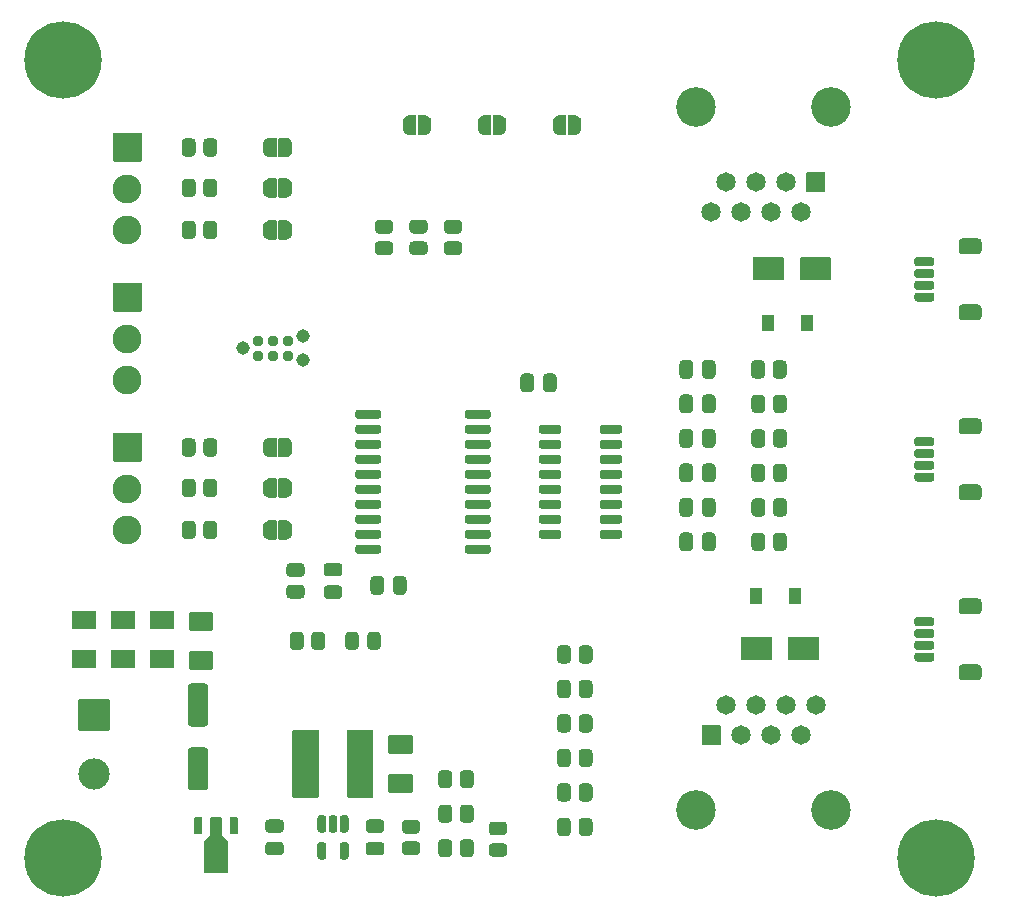
<source format=gts>
G04 #@! TF.GenerationSoftware,KiCad,Pcbnew,6.0.2+dfsg-1*
G04 #@! TF.CreationDate,2024-06-30T21:42:03-06:00*
G04 #@! TF.ProjectId,mss-cascade-basic,6d73732d-6361-4736-9361-64652d626173,rev?*
G04 #@! TF.SameCoordinates,Original*
G04 #@! TF.FileFunction,Soldermask,Top*
G04 #@! TF.FilePolarity,Negative*
%FSLAX46Y46*%
G04 Gerber Fmt 4.6, Leading zero omitted, Abs format (unit mm)*
G04 Created by KiCad (PCBNEW 6.0.2+dfsg-1) date 2024-06-30 21:42:03*
%MOMM*%
%LPD*%
G01*
G04 APERTURE LIST*
%ADD10C,6.552400*%
%ADD11C,2.652400*%
%ADD12C,2.452400*%
%ADD13C,3.352400*%
%ADD14C,1.652400*%
%ADD15C,1.143000*%
%ADD16C,0.939800*%
G04 APERTURE END LIST*
G36*
G01*
X66098000Y-184326800D02*
X66998000Y-184326800D01*
G75*
G02*
X67324200Y-184653000I0J-326200D01*
G01*
X67324200Y-185178000D01*
G75*
G02*
X66998000Y-185504200I-326200J0D01*
G01*
X66098000Y-185504200D01*
G75*
G02*
X65771800Y-185178000I0J326200D01*
G01*
X65771800Y-184653000D01*
G75*
G02*
X66098000Y-184326800I326200J0D01*
G01*
G37*
G36*
G01*
X66098000Y-186151800D02*
X66998000Y-186151800D01*
G75*
G02*
X67324200Y-186478000I0J-326200D01*
G01*
X67324200Y-187003000D01*
G75*
G02*
X66998000Y-187329200I-326200J0D01*
G01*
X66098000Y-187329200D01*
G75*
G02*
X65771800Y-187003000I0J326200D01*
G01*
X65771800Y-186478000D01*
G75*
G02*
X66098000Y-186151800I326200J0D01*
G01*
G37*
G36*
G01*
X93235200Y-141513000D02*
X93235200Y-142713000D01*
G75*
G02*
X93159000Y-142789200I-76200J0D01*
G01*
X92259000Y-142789200D01*
G75*
G02*
X92182800Y-142713000I0J76200D01*
G01*
X92182800Y-141513000D01*
G75*
G02*
X92259000Y-141436800I76200J0D01*
G01*
X93159000Y-141436800D01*
G75*
G02*
X93235200Y-141513000I0J-76200D01*
G01*
G37*
G36*
G01*
X89935200Y-141513000D02*
X89935200Y-142713000D01*
G75*
G02*
X89859000Y-142789200I-76200J0D01*
G01*
X88959000Y-142789200D01*
G75*
G02*
X88882800Y-142713000I0J76200D01*
G01*
X88882800Y-141513000D01*
G75*
G02*
X88959000Y-141436800I76200J0D01*
G01*
X89859000Y-141436800D01*
G75*
G02*
X89935200Y-141513000I0J-76200D01*
G01*
G37*
G36*
G01*
X88006864Y-149421000D02*
X88006864Y-148521000D01*
G75*
G02*
X88333064Y-148194800I326200J0D01*
G01*
X88858064Y-148194800D01*
G75*
G02*
X89184264Y-148521000I0J-326200D01*
G01*
X89184264Y-149421000D01*
G75*
G02*
X88858064Y-149747200I-326200J0D01*
G01*
X88333064Y-149747200D01*
G75*
G02*
X88006864Y-149421000I0J326200D01*
G01*
G37*
G36*
G01*
X89831864Y-149421000D02*
X89831864Y-148521000D01*
G75*
G02*
X90158064Y-148194800I326200J0D01*
G01*
X90683064Y-148194800D01*
G75*
G02*
X91009264Y-148521000I0J-326200D01*
G01*
X91009264Y-149421000D01*
G75*
G02*
X90683064Y-149747200I-326200J0D01*
G01*
X90158064Y-149747200D01*
G75*
G02*
X89831864Y-149421000I0J326200D01*
G01*
G37*
G36*
G01*
X88006864Y-158184000D02*
X88006864Y-157284000D01*
G75*
G02*
X88333064Y-156957800I326200J0D01*
G01*
X88858064Y-156957800D01*
G75*
G02*
X89184264Y-157284000I0J-326200D01*
G01*
X89184264Y-158184000D01*
G75*
G02*
X88858064Y-158510200I-326200J0D01*
G01*
X88333064Y-158510200D01*
G75*
G02*
X88006864Y-158184000I0J326200D01*
G01*
G37*
G36*
G01*
X89831864Y-158184000D02*
X89831864Y-157284000D01*
G75*
G02*
X90158064Y-156957800I326200J0D01*
G01*
X90683064Y-156957800D01*
G75*
G02*
X91009264Y-157284000I0J-326200D01*
G01*
X91009264Y-158184000D01*
G75*
G02*
X90683064Y-158510200I-326200J0D01*
G01*
X90158064Y-158510200D01*
G75*
G02*
X89831864Y-158184000I0J326200D01*
G01*
G37*
G36*
G01*
X39773800Y-127704000D02*
X39773800Y-126804000D01*
G75*
G02*
X40100000Y-126477800I326200J0D01*
G01*
X40625000Y-126477800D01*
G75*
G02*
X40951200Y-126804000I0J-326200D01*
G01*
X40951200Y-127704000D01*
G75*
G02*
X40625000Y-128030200I-326200J0D01*
G01*
X40100000Y-128030200D01*
G75*
G02*
X39773800Y-127704000I0J326200D01*
G01*
G37*
G36*
G01*
X41598800Y-127704000D02*
X41598800Y-126804000D01*
G75*
G02*
X41925000Y-126477800I326200J0D01*
G01*
X42450000Y-126477800D01*
G75*
G02*
X42776200Y-126804000I0J-326200D01*
G01*
X42776200Y-127704000D01*
G75*
G02*
X42450000Y-128030200I-326200J0D01*
G01*
X41925000Y-128030200D01*
G75*
G02*
X41598800Y-127704000I0J326200D01*
G01*
G37*
G36*
G01*
X88006864Y-152342000D02*
X88006864Y-151442000D01*
G75*
G02*
X88333064Y-151115800I326200J0D01*
G01*
X88858064Y-151115800D01*
G75*
G02*
X89184264Y-151442000I0J-326200D01*
G01*
X89184264Y-152342000D01*
G75*
G02*
X88858064Y-152668200I-326200J0D01*
G01*
X88333064Y-152668200D01*
G75*
G02*
X88006864Y-152342000I0J326200D01*
G01*
G37*
G36*
G01*
X89831864Y-152342000D02*
X89831864Y-151442000D01*
G75*
G02*
X90158064Y-151115800I326200J0D01*
G01*
X90683064Y-151115800D01*
G75*
G02*
X91009264Y-151442000I0J-326200D01*
G01*
X91009264Y-152342000D01*
G75*
G02*
X90683064Y-152668200I-326200J0D01*
G01*
X90158064Y-152668200D01*
G75*
G02*
X89831864Y-152342000I0J326200D01*
G01*
G37*
G36*
G01*
X41698000Y-181691200D02*
X40598000Y-181691200D01*
G75*
G02*
X40271800Y-181365000I0J326200D01*
G01*
X40271800Y-178365000D01*
G75*
G02*
X40598000Y-178038800I326200J0D01*
G01*
X41698000Y-178038800D01*
G75*
G02*
X42024200Y-178365000I0J-326200D01*
G01*
X42024200Y-181365000D01*
G75*
G02*
X41698000Y-181691200I-326200J0D01*
G01*
G37*
G36*
G01*
X41698000Y-176291200D02*
X40598000Y-176291200D01*
G75*
G02*
X40271800Y-175965000I0J326200D01*
G01*
X40271800Y-172965000D01*
G75*
G02*
X40598000Y-172638800I326200J0D01*
G01*
X41698000Y-172638800D01*
G75*
G02*
X42024200Y-172965000I0J-326200D01*
G01*
X42024200Y-175965000D01*
G75*
G02*
X41698000Y-176291200I-326200J0D01*
G01*
G37*
G36*
G01*
X103273000Y-155546200D02*
X102023000Y-155546200D01*
G75*
G02*
X101796800Y-155320000I0J226200D01*
G01*
X101796800Y-155020000D01*
G75*
G02*
X102023000Y-154793800I226200J0D01*
G01*
X103273000Y-154793800D01*
G75*
G02*
X103499200Y-155020000I0J-226200D01*
G01*
X103499200Y-155320000D01*
G75*
G02*
X103273000Y-155546200I-226200J0D01*
G01*
G37*
G36*
G01*
X103273000Y-154546200D02*
X102023000Y-154546200D01*
G75*
G02*
X101796800Y-154320000I0J226200D01*
G01*
X101796800Y-154020000D01*
G75*
G02*
X102023000Y-153793800I226200J0D01*
G01*
X103273000Y-153793800D01*
G75*
G02*
X103499200Y-154020000I0J-226200D01*
G01*
X103499200Y-154320000D01*
G75*
G02*
X103273000Y-154546200I-226200J0D01*
G01*
G37*
G36*
G01*
X103273000Y-153546200D02*
X102023000Y-153546200D01*
G75*
G02*
X101796800Y-153320000I0J226200D01*
G01*
X101796800Y-153020000D01*
G75*
G02*
X102023000Y-152793800I226200J0D01*
G01*
X103273000Y-152793800D01*
G75*
G02*
X103499200Y-153020000I0J-226200D01*
G01*
X103499200Y-153320000D01*
G75*
G02*
X103273000Y-153546200I-226200J0D01*
G01*
G37*
G36*
G01*
X103273000Y-152546200D02*
X102023000Y-152546200D01*
G75*
G02*
X101796800Y-152320000I0J226200D01*
G01*
X101796800Y-152020000D01*
G75*
G02*
X102023000Y-151793800I226200J0D01*
G01*
X103273000Y-151793800D01*
G75*
G02*
X103499200Y-152020000I0J-226200D01*
G01*
X103499200Y-152320000D01*
G75*
G02*
X103273000Y-152546200I-226200J0D01*
G01*
G37*
G36*
G01*
X107173000Y-151546200D02*
X105873000Y-151546200D01*
G75*
G02*
X105546800Y-151220000I0J326200D01*
G01*
X105546800Y-150520000D01*
G75*
G02*
X105873000Y-150193800I326200J0D01*
G01*
X107173000Y-150193800D01*
G75*
G02*
X107499200Y-150520000I0J-326200D01*
G01*
X107499200Y-151220000D01*
G75*
G02*
X107173000Y-151546200I-326200J0D01*
G01*
G37*
G36*
G01*
X107173000Y-157146200D02*
X105873000Y-157146200D01*
G75*
G02*
X105546800Y-156820000I0J326200D01*
G01*
X105546800Y-156120000D01*
G75*
G02*
X105873000Y-155793800I326200J0D01*
G01*
X107173000Y-155793800D01*
G75*
G02*
X107499200Y-156120000I0J-326200D01*
G01*
X107499200Y-156820000D01*
G75*
G02*
X107173000Y-157146200I-326200J0D01*
G01*
G37*
D10*
X103632000Y-187452000D03*
G36*
G01*
X60267000Y-136375200D02*
X59367000Y-136375200D01*
G75*
G02*
X59040800Y-136049000I0J326200D01*
G01*
X59040800Y-135524000D01*
G75*
G02*
X59367000Y-135197800I326200J0D01*
G01*
X60267000Y-135197800D01*
G75*
G02*
X60593200Y-135524000I0J-326200D01*
G01*
X60593200Y-136049000D01*
G75*
G02*
X60267000Y-136375200I-326200J0D01*
G01*
G37*
G36*
G01*
X60267000Y-134550200D02*
X59367000Y-134550200D01*
G75*
G02*
X59040800Y-134224000I0J326200D01*
G01*
X59040800Y-133699000D01*
G75*
G02*
X59367000Y-133372800I326200J0D01*
G01*
X60267000Y-133372800D01*
G75*
G02*
X60593200Y-133699000I0J-326200D01*
G01*
X60593200Y-134224000D01*
G75*
G02*
X60267000Y-134550200I-326200J0D01*
G01*
G37*
G36*
G01*
X61490800Y-184119000D02*
X61490800Y-183219000D01*
G75*
G02*
X61817000Y-182892800I326200J0D01*
G01*
X62342000Y-182892800D01*
G75*
G02*
X62668200Y-183219000I0J-326200D01*
G01*
X62668200Y-184119000D01*
G75*
G02*
X62342000Y-184445200I-326200J0D01*
G01*
X61817000Y-184445200D01*
G75*
G02*
X61490800Y-184119000I0J326200D01*
G01*
G37*
G36*
G01*
X63315800Y-184119000D02*
X63315800Y-183219000D01*
G75*
G02*
X63642000Y-182892800I326200J0D01*
G01*
X64167000Y-182892800D01*
G75*
G02*
X64493200Y-183219000I0J-326200D01*
G01*
X64493200Y-184119000D01*
G75*
G02*
X64167000Y-184445200I-326200J0D01*
G01*
X63642000Y-184445200D01*
G75*
G02*
X63315800Y-184119000I0J326200D01*
G01*
G37*
G36*
G01*
X84965200Y-157259000D02*
X84965200Y-158209000D01*
G75*
G02*
X84639000Y-158535200I-326200J0D01*
G01*
X84139000Y-158535200D01*
G75*
G02*
X83812800Y-158209000I0J326200D01*
G01*
X83812800Y-157259000D01*
G75*
G02*
X84139000Y-156932800I326200J0D01*
G01*
X84639000Y-156932800D01*
G75*
G02*
X84965200Y-157259000I0J-326200D01*
G01*
G37*
G36*
G01*
X83065200Y-157259000D02*
X83065200Y-158209000D01*
G75*
G02*
X82739000Y-158535200I-326200J0D01*
G01*
X82239000Y-158535200D01*
G75*
G02*
X81912800Y-158209000I0J326200D01*
G01*
X81912800Y-157259000D01*
G75*
G02*
X82239000Y-156932800I326200J0D01*
G01*
X82739000Y-156932800D01*
G75*
G02*
X83065200Y-157259000I0J-326200D01*
G01*
G37*
G36*
G01*
X74549700Y-184335000D02*
X74549700Y-185235000D01*
G75*
G02*
X74223500Y-185561200I-326200J0D01*
G01*
X73698500Y-185561200D01*
G75*
G02*
X73372300Y-185235000I0J326200D01*
G01*
X73372300Y-184335000D01*
G75*
G02*
X73698500Y-184008800I326200J0D01*
G01*
X74223500Y-184008800D01*
G75*
G02*
X74549700Y-184335000I0J-326200D01*
G01*
G37*
G36*
G01*
X72724700Y-184335000D02*
X72724700Y-185235000D01*
G75*
G02*
X72398500Y-185561200I-326200J0D01*
G01*
X71873500Y-185561200D01*
G75*
G02*
X71547300Y-185235000I0J326200D01*
G01*
X71547300Y-184335000D01*
G75*
G02*
X71873500Y-184008800I326200J0D01*
G01*
X72398500Y-184008800D01*
G75*
G02*
X72724700Y-184335000I0J-326200D01*
G01*
G37*
G36*
X47777980Y-133430627D02*
G01*
X47804042Y-133475768D01*
X47805200Y-133489000D01*
X47805200Y-134989000D01*
X47787373Y-135037980D01*
X47742232Y-135064042D01*
X47729000Y-135065200D01*
X47229000Y-135065200D01*
X47214666Y-135059983D01*
X47147663Y-135058755D01*
X47126336Y-135055301D01*
X46991021Y-135013026D01*
X46971520Y-135003725D01*
X46853510Y-134925170D01*
X46837404Y-134910769D01*
X46746184Y-134802250D01*
X46734767Y-134783908D01*
X46677672Y-134654149D01*
X46671862Y-134633340D01*
X46654940Y-134503932D01*
X46653958Y-134502232D01*
X46652800Y-134489000D01*
X46652800Y-133989000D01*
X46653552Y-133986934D01*
X46653744Y-133971167D01*
X46675555Y-133831090D01*
X46681872Y-133810430D01*
X46742120Y-133682105D01*
X46753982Y-133664047D01*
X46847826Y-133557789D01*
X46864279Y-133543787D01*
X46984174Y-133468139D01*
X47003895Y-133459317D01*
X47140202Y-133420360D01*
X47161608Y-133417427D01*
X47209255Y-133417718D01*
X47215768Y-133413958D01*
X47229000Y-133412800D01*
X47729000Y-133412800D01*
X47777980Y-133430627D01*
G37*
G36*
X48543081Y-133417925D02*
G01*
X48603370Y-133418293D01*
X48624738Y-133421487D01*
X48760559Y-133462106D01*
X48780172Y-133471168D01*
X48899134Y-133548275D01*
X48915415Y-133562478D01*
X49007953Y-133669875D01*
X49019592Y-133688076D01*
X49078269Y-133817128D01*
X49084333Y-133837865D01*
X49104430Y-133978198D01*
X49105200Y-133989000D01*
X49105200Y-134489000D01*
X49105194Y-134489929D01*
X49105045Y-134502145D01*
X49103995Y-134513858D01*
X49080475Y-134653659D01*
X49073906Y-134674242D01*
X49012094Y-134801821D01*
X49000013Y-134819732D01*
X48904878Y-134924836D01*
X48888255Y-134938637D01*
X48767445Y-135012814D01*
X48747617Y-135021394D01*
X48610844Y-135058683D01*
X48589404Y-135061353D01*
X48548198Y-135060598D01*
X48542232Y-135064042D01*
X48529000Y-135065200D01*
X48029000Y-135065200D01*
X47980020Y-135047373D01*
X47953958Y-135002232D01*
X47952800Y-134989000D01*
X47952800Y-133489000D01*
X47970627Y-133440020D01*
X48015768Y-133413958D01*
X48029000Y-133412800D01*
X48529000Y-133412800D01*
X48543081Y-133417925D01*
G37*
G36*
G01*
X51920200Y-168587000D02*
X51920200Y-169487000D01*
G75*
G02*
X51594000Y-169813200I-326200J0D01*
G01*
X51069000Y-169813200D01*
G75*
G02*
X50742800Y-169487000I0J326200D01*
G01*
X50742800Y-168587000D01*
G75*
G02*
X51069000Y-168260800I326200J0D01*
G01*
X51594000Y-168260800D01*
G75*
G02*
X51920200Y-168587000I0J-326200D01*
G01*
G37*
G36*
G01*
X50095200Y-168587000D02*
X50095200Y-169487000D01*
G75*
G02*
X49769000Y-169813200I-326200J0D01*
G01*
X49244000Y-169813200D01*
G75*
G02*
X48917800Y-169487000I0J326200D01*
G01*
X48917800Y-168587000D01*
G75*
G02*
X49244000Y-168260800I326200J0D01*
G01*
X49769000Y-168260800D01*
G75*
G02*
X50095200Y-168587000I0J-326200D01*
G01*
G37*
G36*
G01*
X47150000Y-184147800D02*
X48100000Y-184147800D01*
G75*
G02*
X48426200Y-184474000I0J-326200D01*
G01*
X48426200Y-184974000D01*
G75*
G02*
X48100000Y-185300200I-326200J0D01*
G01*
X47150000Y-185300200D01*
G75*
G02*
X46823800Y-184974000I0J326200D01*
G01*
X46823800Y-184474000D01*
G75*
G02*
X47150000Y-184147800I326200J0D01*
G01*
G37*
G36*
G01*
X47150000Y-186047800D02*
X48100000Y-186047800D01*
G75*
G02*
X48426200Y-186374000I0J-326200D01*
G01*
X48426200Y-186874000D01*
G75*
G02*
X48100000Y-187200200I-326200J0D01*
G01*
X47150000Y-187200200D01*
G75*
G02*
X46823800Y-186874000I0J326200D01*
G01*
X46823800Y-186374000D01*
G75*
G02*
X47150000Y-186047800I326200J0D01*
G01*
G37*
G36*
G01*
X87097800Y-170572000D02*
X87097800Y-168772000D01*
G75*
G02*
X87174000Y-168695800I76200J0D01*
G01*
X89674000Y-168695800D01*
G75*
G02*
X89750200Y-168772000I0J-76200D01*
G01*
X89750200Y-170572000D01*
G75*
G02*
X89674000Y-170648200I-76200J0D01*
G01*
X87174000Y-170648200D01*
G75*
G02*
X87097800Y-170572000I0J76200D01*
G01*
G37*
G36*
G01*
X91097800Y-170572000D02*
X91097800Y-168772000D01*
G75*
G02*
X91174000Y-168695800I76200J0D01*
G01*
X93674000Y-168695800D01*
G75*
G02*
X93750200Y-168772000I0J-76200D01*
G01*
X93750200Y-170572000D01*
G75*
G02*
X93674000Y-170648200I-76200J0D01*
G01*
X91174000Y-170648200D01*
G75*
G02*
X91097800Y-170572000I0J76200D01*
G01*
G37*
G36*
X72491020Y-126157373D02*
G01*
X72464958Y-126112232D01*
X72463800Y-126099000D01*
X72463800Y-124599000D01*
X72481627Y-124550020D01*
X72526768Y-124523958D01*
X72540000Y-124522800D01*
X73040000Y-124522800D01*
X73054334Y-124528017D01*
X73121337Y-124529245D01*
X73142664Y-124532699D01*
X73277979Y-124574974D01*
X73297480Y-124584275D01*
X73415490Y-124662830D01*
X73431596Y-124677231D01*
X73522816Y-124785750D01*
X73534233Y-124804092D01*
X73591328Y-124933851D01*
X73597138Y-124954660D01*
X73614060Y-125084068D01*
X73615042Y-125085768D01*
X73616200Y-125099000D01*
X73616200Y-125599000D01*
X73615448Y-125601066D01*
X73615256Y-125616833D01*
X73593445Y-125756910D01*
X73587128Y-125777570D01*
X73526880Y-125905895D01*
X73515018Y-125923953D01*
X73421174Y-126030211D01*
X73404721Y-126044213D01*
X73284826Y-126119861D01*
X73265105Y-126128683D01*
X73128798Y-126167640D01*
X73107392Y-126170573D01*
X73059745Y-126170282D01*
X73053232Y-126174042D01*
X73040000Y-126175200D01*
X72540000Y-126175200D01*
X72491020Y-126157373D01*
G37*
G36*
X71725919Y-126170075D02*
G01*
X71665630Y-126169707D01*
X71644262Y-126166513D01*
X71508441Y-126125894D01*
X71488828Y-126116832D01*
X71369866Y-126039725D01*
X71353585Y-126025522D01*
X71261047Y-125918125D01*
X71249408Y-125899924D01*
X71190731Y-125770872D01*
X71184667Y-125750135D01*
X71164570Y-125609802D01*
X71163800Y-125599000D01*
X71163800Y-125099000D01*
X71163806Y-125098071D01*
X71163955Y-125085855D01*
X71165005Y-125074142D01*
X71188525Y-124934341D01*
X71195094Y-124913758D01*
X71256906Y-124786179D01*
X71268987Y-124768268D01*
X71364122Y-124663164D01*
X71380745Y-124649363D01*
X71501555Y-124575186D01*
X71521383Y-124566606D01*
X71658156Y-124529317D01*
X71679596Y-124526647D01*
X71720802Y-124527402D01*
X71726768Y-124523958D01*
X71740000Y-124522800D01*
X72240000Y-124522800D01*
X72288980Y-124540627D01*
X72315042Y-124585768D01*
X72316200Y-124599000D01*
X72316200Y-126099000D01*
X72298373Y-126147980D01*
X72253232Y-126174042D01*
X72240000Y-126175200D01*
X71740000Y-126175200D01*
X71725919Y-126170075D01*
G37*
G36*
G01*
X39773800Y-153104000D02*
X39773800Y-152204000D01*
G75*
G02*
X40100000Y-151877800I326200J0D01*
G01*
X40625000Y-151877800D01*
G75*
G02*
X40951200Y-152204000I0J-326200D01*
G01*
X40951200Y-153104000D01*
G75*
G02*
X40625000Y-153430200I-326200J0D01*
G01*
X40100000Y-153430200D01*
G75*
G02*
X39773800Y-153104000I0J326200D01*
G01*
G37*
G36*
G01*
X41598800Y-153104000D02*
X41598800Y-152204000D01*
G75*
G02*
X41925000Y-151877800I326200J0D01*
G01*
X42450000Y-151877800D01*
G75*
G02*
X42776200Y-152204000I0J-326200D01*
G01*
X42776200Y-153104000D01*
G75*
G02*
X42450000Y-153430200I-326200J0D01*
G01*
X41925000Y-153430200D01*
G75*
G02*
X41598800Y-153104000I0J326200D01*
G01*
G37*
X103632000Y-119888000D03*
G36*
G01*
X48953000Y-162455800D02*
X49853000Y-162455800D01*
G75*
G02*
X50179200Y-162782000I0J-326200D01*
G01*
X50179200Y-163307000D01*
G75*
G02*
X49853000Y-163633200I-326200J0D01*
G01*
X48953000Y-163633200D01*
G75*
G02*
X48626800Y-163307000I0J326200D01*
G01*
X48626800Y-162782000D01*
G75*
G02*
X48953000Y-162455800I326200J0D01*
G01*
G37*
G36*
G01*
X48953000Y-164280800D02*
X49853000Y-164280800D01*
G75*
G02*
X50179200Y-164607000I0J-326200D01*
G01*
X50179200Y-165132000D01*
G75*
G02*
X49853000Y-165458200I-326200J0D01*
G01*
X48953000Y-165458200D01*
G75*
G02*
X48626800Y-165132000I0J326200D01*
G01*
X48626800Y-164607000D01*
G75*
G02*
X48953000Y-164280800I326200J0D01*
G01*
G37*
G36*
X47777980Y-151845627D02*
G01*
X47804042Y-151890768D01*
X47805200Y-151904000D01*
X47805200Y-153404000D01*
X47787373Y-153452980D01*
X47742232Y-153479042D01*
X47729000Y-153480200D01*
X47229000Y-153480200D01*
X47214666Y-153474983D01*
X47147663Y-153473755D01*
X47126336Y-153470301D01*
X46991021Y-153428026D01*
X46971520Y-153418725D01*
X46853510Y-153340170D01*
X46837404Y-153325769D01*
X46746184Y-153217250D01*
X46734767Y-153198908D01*
X46677672Y-153069149D01*
X46671862Y-153048340D01*
X46654940Y-152918932D01*
X46653958Y-152917232D01*
X46652800Y-152904000D01*
X46652800Y-152404000D01*
X46653552Y-152401934D01*
X46653744Y-152386167D01*
X46675555Y-152246090D01*
X46681872Y-152225430D01*
X46742120Y-152097105D01*
X46753982Y-152079047D01*
X46847826Y-151972789D01*
X46864279Y-151958787D01*
X46984174Y-151883139D01*
X47003895Y-151874317D01*
X47140202Y-151835360D01*
X47161608Y-151832427D01*
X47209255Y-151832718D01*
X47215768Y-151828958D01*
X47229000Y-151827800D01*
X47729000Y-151827800D01*
X47777980Y-151845627D01*
G37*
G36*
X48543081Y-151832925D02*
G01*
X48603370Y-151833293D01*
X48624738Y-151836487D01*
X48760559Y-151877106D01*
X48780172Y-151886168D01*
X48899134Y-151963275D01*
X48915415Y-151977478D01*
X49007953Y-152084875D01*
X49019592Y-152103076D01*
X49078269Y-152232128D01*
X49084333Y-152252865D01*
X49104430Y-152393198D01*
X49105200Y-152404000D01*
X49105200Y-152904000D01*
X49105194Y-152904929D01*
X49105045Y-152917145D01*
X49103995Y-152928858D01*
X49080475Y-153068659D01*
X49073906Y-153089242D01*
X49012094Y-153216821D01*
X49000013Y-153234732D01*
X48904878Y-153339836D01*
X48888255Y-153353637D01*
X48767445Y-153427814D01*
X48747617Y-153436394D01*
X48610844Y-153473683D01*
X48589404Y-153476353D01*
X48548198Y-153475598D01*
X48542232Y-153479042D01*
X48529000Y-153480200D01*
X48029000Y-153480200D01*
X47980020Y-153462373D01*
X47953958Y-153417232D01*
X47952800Y-153404000D01*
X47952800Y-151904000D01*
X47970627Y-151855020D01*
X48015768Y-151828958D01*
X48029000Y-151827800D01*
X48529000Y-151827800D01*
X48543081Y-151832925D01*
G37*
G36*
G01*
X39773800Y-156524000D02*
X39773800Y-155624000D01*
G75*
G02*
X40100000Y-155297800I326200J0D01*
G01*
X40625000Y-155297800D01*
G75*
G02*
X40951200Y-155624000I0J-326200D01*
G01*
X40951200Y-156524000D01*
G75*
G02*
X40625000Y-156850200I-326200J0D01*
G01*
X40100000Y-156850200D01*
G75*
G02*
X39773800Y-156524000I0J326200D01*
G01*
G37*
G36*
G01*
X41598800Y-156524000D02*
X41598800Y-155624000D01*
G75*
G02*
X41925000Y-155297800I326200J0D01*
G01*
X42450000Y-155297800D01*
G75*
G02*
X42776200Y-155624000I0J-326200D01*
G01*
X42776200Y-156524000D01*
G75*
G02*
X42450000Y-156850200I-326200J0D01*
G01*
X41925000Y-156850200D01*
G75*
G02*
X41598800Y-156524000I0J326200D01*
G01*
G37*
G36*
G01*
X84965200Y-154338000D02*
X84965200Y-155288000D01*
G75*
G02*
X84639000Y-155614200I-326200J0D01*
G01*
X84139000Y-155614200D01*
G75*
G02*
X83812800Y-155288000I0J326200D01*
G01*
X83812800Y-154338000D01*
G75*
G02*
X84139000Y-154011800I326200J0D01*
G01*
X84639000Y-154011800D01*
G75*
G02*
X84965200Y-154338000I0J-326200D01*
G01*
G37*
G36*
G01*
X83065200Y-154338000D02*
X83065200Y-155288000D01*
G75*
G02*
X82739000Y-155614200I-326200J0D01*
G01*
X82239000Y-155614200D01*
G75*
G02*
X81912800Y-155288000I0J326200D01*
G01*
X81912800Y-154338000D01*
G75*
G02*
X82239000Y-154011800I326200J0D01*
G01*
X82739000Y-154011800D01*
G75*
G02*
X83065200Y-154338000I0J-326200D01*
G01*
G37*
G36*
G01*
X57346000Y-136375200D02*
X56446000Y-136375200D01*
G75*
G02*
X56119800Y-136049000I0J326200D01*
G01*
X56119800Y-135524000D01*
G75*
G02*
X56446000Y-135197800I326200J0D01*
G01*
X57346000Y-135197800D01*
G75*
G02*
X57672200Y-135524000I0J-326200D01*
G01*
X57672200Y-136049000D01*
G75*
G02*
X57346000Y-136375200I-326200J0D01*
G01*
G37*
G36*
G01*
X57346000Y-134550200D02*
X56446000Y-134550200D01*
G75*
G02*
X56119800Y-134224000I0J326200D01*
G01*
X56119800Y-133699000D01*
G75*
G02*
X56446000Y-133372800I326200J0D01*
G01*
X57346000Y-133372800D01*
G75*
G02*
X57672200Y-133699000I0J-326200D01*
G01*
X57672200Y-134224000D01*
G75*
G02*
X57346000Y-134550200I-326200J0D01*
G01*
G37*
G36*
G01*
X31089000Y-173973800D02*
X33589000Y-173973800D01*
G75*
G02*
X33665200Y-174050000I0J-76200D01*
G01*
X33665200Y-176550000D01*
G75*
G02*
X33589000Y-176626200I-76200J0D01*
G01*
X31089000Y-176626200D01*
G75*
G02*
X31012800Y-176550000I0J76200D01*
G01*
X31012800Y-174050000D01*
G75*
G02*
X31089000Y-173973800I76200J0D01*
G01*
G37*
D11*
X32339000Y-180300000D03*
G36*
G01*
X84965200Y-151417000D02*
X84965200Y-152367000D01*
G75*
G02*
X84639000Y-152693200I-326200J0D01*
G01*
X84139000Y-152693200D01*
G75*
G02*
X83812800Y-152367000I0J326200D01*
G01*
X83812800Y-151417000D01*
G75*
G02*
X84139000Y-151090800I326200J0D01*
G01*
X84639000Y-151090800D01*
G75*
G02*
X84965200Y-151417000I0J-326200D01*
G01*
G37*
G36*
G01*
X83065200Y-151417000D02*
X83065200Y-152367000D01*
G75*
G02*
X82739000Y-152693200I-326200J0D01*
G01*
X82239000Y-152693200D01*
G75*
G02*
X81912800Y-152367000I0J326200D01*
G01*
X81912800Y-151417000D01*
G75*
G02*
X82239000Y-151090800I326200J0D01*
G01*
X82739000Y-151090800D01*
G75*
G02*
X83065200Y-151417000I0J-326200D01*
G01*
G37*
G36*
G01*
X30546000Y-166483800D02*
X32446000Y-166483800D01*
G75*
G02*
X32522200Y-166560000I0J-76200D01*
G01*
X32522200Y-167960000D01*
G75*
G02*
X32446000Y-168036200I-76200J0D01*
G01*
X30546000Y-168036200D01*
G75*
G02*
X30469800Y-167960000I0J76200D01*
G01*
X30469800Y-166560000D01*
G75*
G02*
X30546000Y-166483800I76200J0D01*
G01*
G37*
G36*
G01*
X30546000Y-169783800D02*
X32446000Y-169783800D01*
G75*
G02*
X32522200Y-169860000I0J-76200D01*
G01*
X32522200Y-171260000D01*
G75*
G02*
X32446000Y-171336200I-76200J0D01*
G01*
X30546000Y-171336200D01*
G75*
G02*
X30469800Y-171260000I0J76200D01*
G01*
X30469800Y-169860000D01*
G75*
G02*
X30546000Y-169783800I76200J0D01*
G01*
G37*
G36*
X47777980Y-158830627D02*
G01*
X47804042Y-158875768D01*
X47805200Y-158889000D01*
X47805200Y-160389000D01*
X47787373Y-160437980D01*
X47742232Y-160464042D01*
X47729000Y-160465200D01*
X47229000Y-160465200D01*
X47214666Y-160459983D01*
X47147663Y-160458755D01*
X47126336Y-160455301D01*
X46991021Y-160413026D01*
X46971520Y-160403725D01*
X46853510Y-160325170D01*
X46837404Y-160310769D01*
X46746184Y-160202250D01*
X46734767Y-160183908D01*
X46677672Y-160054149D01*
X46671862Y-160033340D01*
X46654940Y-159903932D01*
X46653958Y-159902232D01*
X46652800Y-159889000D01*
X46652800Y-159389000D01*
X46653552Y-159386934D01*
X46653744Y-159371167D01*
X46675555Y-159231090D01*
X46681872Y-159210430D01*
X46742120Y-159082105D01*
X46753982Y-159064047D01*
X46847826Y-158957789D01*
X46864279Y-158943787D01*
X46984174Y-158868139D01*
X47003895Y-158859317D01*
X47140202Y-158820360D01*
X47161608Y-158817427D01*
X47209255Y-158817718D01*
X47215768Y-158813958D01*
X47229000Y-158812800D01*
X47729000Y-158812800D01*
X47777980Y-158830627D01*
G37*
G36*
X48543081Y-158817925D02*
G01*
X48603370Y-158818293D01*
X48624738Y-158821487D01*
X48760559Y-158862106D01*
X48780172Y-158871168D01*
X48899134Y-158948275D01*
X48915415Y-158962478D01*
X49007953Y-159069875D01*
X49019592Y-159088076D01*
X49078269Y-159217128D01*
X49084333Y-159237865D01*
X49104430Y-159378198D01*
X49105200Y-159389000D01*
X49105200Y-159889000D01*
X49105194Y-159889929D01*
X49105045Y-159902145D01*
X49103995Y-159913858D01*
X49080475Y-160053659D01*
X49073906Y-160074242D01*
X49012094Y-160201821D01*
X49000013Y-160219732D01*
X48904878Y-160324836D01*
X48888255Y-160338637D01*
X48767445Y-160412814D01*
X48747617Y-160421394D01*
X48610844Y-160458683D01*
X48589404Y-160461353D01*
X48548198Y-160460598D01*
X48542232Y-160464042D01*
X48529000Y-160465200D01*
X48029000Y-160465200D01*
X47980020Y-160447373D01*
X47953958Y-160402232D01*
X47952800Y-160389000D01*
X47952800Y-158889000D01*
X47970627Y-158840020D01*
X48015768Y-158813958D01*
X48029000Y-158812800D01*
X48529000Y-158812800D01*
X48543081Y-158817925D01*
G37*
G36*
G01*
X70006800Y-151280000D02*
X70006800Y-150980000D01*
G75*
G02*
X70233000Y-150753800I226200J0D01*
G01*
X71683000Y-150753800D01*
G75*
G02*
X71909200Y-150980000I0J-226200D01*
G01*
X71909200Y-151280000D01*
G75*
G02*
X71683000Y-151506200I-226200J0D01*
G01*
X70233000Y-151506200D01*
G75*
G02*
X70006800Y-151280000I0J226200D01*
G01*
G37*
G36*
G01*
X70006800Y-152550000D02*
X70006800Y-152250000D01*
G75*
G02*
X70233000Y-152023800I226200J0D01*
G01*
X71683000Y-152023800D01*
G75*
G02*
X71909200Y-152250000I0J-226200D01*
G01*
X71909200Y-152550000D01*
G75*
G02*
X71683000Y-152776200I-226200J0D01*
G01*
X70233000Y-152776200D01*
G75*
G02*
X70006800Y-152550000I0J226200D01*
G01*
G37*
G36*
G01*
X70006800Y-153820000D02*
X70006800Y-153520000D01*
G75*
G02*
X70233000Y-153293800I226200J0D01*
G01*
X71683000Y-153293800D01*
G75*
G02*
X71909200Y-153520000I0J-226200D01*
G01*
X71909200Y-153820000D01*
G75*
G02*
X71683000Y-154046200I-226200J0D01*
G01*
X70233000Y-154046200D01*
G75*
G02*
X70006800Y-153820000I0J226200D01*
G01*
G37*
G36*
G01*
X70006800Y-155090000D02*
X70006800Y-154790000D01*
G75*
G02*
X70233000Y-154563800I226200J0D01*
G01*
X71683000Y-154563800D01*
G75*
G02*
X71909200Y-154790000I0J-226200D01*
G01*
X71909200Y-155090000D01*
G75*
G02*
X71683000Y-155316200I-226200J0D01*
G01*
X70233000Y-155316200D01*
G75*
G02*
X70006800Y-155090000I0J226200D01*
G01*
G37*
G36*
G01*
X70006800Y-156360000D02*
X70006800Y-156060000D01*
G75*
G02*
X70233000Y-155833800I226200J0D01*
G01*
X71683000Y-155833800D01*
G75*
G02*
X71909200Y-156060000I0J-226200D01*
G01*
X71909200Y-156360000D01*
G75*
G02*
X71683000Y-156586200I-226200J0D01*
G01*
X70233000Y-156586200D01*
G75*
G02*
X70006800Y-156360000I0J226200D01*
G01*
G37*
G36*
G01*
X70006800Y-157630000D02*
X70006800Y-157330000D01*
G75*
G02*
X70233000Y-157103800I226200J0D01*
G01*
X71683000Y-157103800D01*
G75*
G02*
X71909200Y-157330000I0J-226200D01*
G01*
X71909200Y-157630000D01*
G75*
G02*
X71683000Y-157856200I-226200J0D01*
G01*
X70233000Y-157856200D01*
G75*
G02*
X70006800Y-157630000I0J226200D01*
G01*
G37*
G36*
G01*
X70006800Y-158900000D02*
X70006800Y-158600000D01*
G75*
G02*
X70233000Y-158373800I226200J0D01*
G01*
X71683000Y-158373800D01*
G75*
G02*
X71909200Y-158600000I0J-226200D01*
G01*
X71909200Y-158900000D01*
G75*
G02*
X71683000Y-159126200I-226200J0D01*
G01*
X70233000Y-159126200D01*
G75*
G02*
X70006800Y-158900000I0J226200D01*
G01*
G37*
G36*
G01*
X70006800Y-160170000D02*
X70006800Y-159870000D01*
G75*
G02*
X70233000Y-159643800I226200J0D01*
G01*
X71683000Y-159643800D01*
G75*
G02*
X71909200Y-159870000I0J-226200D01*
G01*
X71909200Y-160170000D01*
G75*
G02*
X71683000Y-160396200I-226200J0D01*
G01*
X70233000Y-160396200D01*
G75*
G02*
X70006800Y-160170000I0J226200D01*
G01*
G37*
G36*
G01*
X75156800Y-160170000D02*
X75156800Y-159870000D01*
G75*
G02*
X75383000Y-159643800I226200J0D01*
G01*
X76833000Y-159643800D01*
G75*
G02*
X77059200Y-159870000I0J-226200D01*
G01*
X77059200Y-160170000D01*
G75*
G02*
X76833000Y-160396200I-226200J0D01*
G01*
X75383000Y-160396200D01*
G75*
G02*
X75156800Y-160170000I0J226200D01*
G01*
G37*
G36*
G01*
X75156800Y-158900000D02*
X75156800Y-158600000D01*
G75*
G02*
X75383000Y-158373800I226200J0D01*
G01*
X76833000Y-158373800D01*
G75*
G02*
X77059200Y-158600000I0J-226200D01*
G01*
X77059200Y-158900000D01*
G75*
G02*
X76833000Y-159126200I-226200J0D01*
G01*
X75383000Y-159126200D01*
G75*
G02*
X75156800Y-158900000I0J226200D01*
G01*
G37*
G36*
G01*
X75156800Y-157630000D02*
X75156800Y-157330000D01*
G75*
G02*
X75383000Y-157103800I226200J0D01*
G01*
X76833000Y-157103800D01*
G75*
G02*
X77059200Y-157330000I0J-226200D01*
G01*
X77059200Y-157630000D01*
G75*
G02*
X76833000Y-157856200I-226200J0D01*
G01*
X75383000Y-157856200D01*
G75*
G02*
X75156800Y-157630000I0J226200D01*
G01*
G37*
G36*
G01*
X75156800Y-156360000D02*
X75156800Y-156060000D01*
G75*
G02*
X75383000Y-155833800I226200J0D01*
G01*
X76833000Y-155833800D01*
G75*
G02*
X77059200Y-156060000I0J-226200D01*
G01*
X77059200Y-156360000D01*
G75*
G02*
X76833000Y-156586200I-226200J0D01*
G01*
X75383000Y-156586200D01*
G75*
G02*
X75156800Y-156360000I0J226200D01*
G01*
G37*
G36*
G01*
X75156800Y-155090000D02*
X75156800Y-154790000D01*
G75*
G02*
X75383000Y-154563800I226200J0D01*
G01*
X76833000Y-154563800D01*
G75*
G02*
X77059200Y-154790000I0J-226200D01*
G01*
X77059200Y-155090000D01*
G75*
G02*
X76833000Y-155316200I-226200J0D01*
G01*
X75383000Y-155316200D01*
G75*
G02*
X75156800Y-155090000I0J226200D01*
G01*
G37*
G36*
G01*
X75156800Y-153820000D02*
X75156800Y-153520000D01*
G75*
G02*
X75383000Y-153293800I226200J0D01*
G01*
X76833000Y-153293800D01*
G75*
G02*
X77059200Y-153520000I0J-226200D01*
G01*
X77059200Y-153820000D01*
G75*
G02*
X76833000Y-154046200I-226200J0D01*
G01*
X75383000Y-154046200D01*
G75*
G02*
X75156800Y-153820000I0J226200D01*
G01*
G37*
G36*
G01*
X75156800Y-152550000D02*
X75156800Y-152250000D01*
G75*
G02*
X75383000Y-152023800I226200J0D01*
G01*
X76833000Y-152023800D01*
G75*
G02*
X77059200Y-152250000I0J-226200D01*
G01*
X77059200Y-152550000D01*
G75*
G02*
X76833000Y-152776200I-226200J0D01*
G01*
X75383000Y-152776200D01*
G75*
G02*
X75156800Y-152550000I0J226200D01*
G01*
G37*
G36*
G01*
X75156800Y-151280000D02*
X75156800Y-150980000D01*
G75*
G02*
X75383000Y-150753800I226200J0D01*
G01*
X76833000Y-150753800D01*
G75*
G02*
X77059200Y-150980000I0J-226200D01*
G01*
X77059200Y-151280000D01*
G75*
G02*
X76833000Y-151506200I-226200J0D01*
G01*
X75383000Y-151506200D01*
G75*
G02*
X75156800Y-151280000I0J226200D01*
G01*
G37*
G36*
G01*
X64493200Y-180298000D02*
X64493200Y-181198000D01*
G75*
G02*
X64167000Y-181524200I-326200J0D01*
G01*
X63642000Y-181524200D01*
G75*
G02*
X63315800Y-181198000I0J326200D01*
G01*
X63315800Y-180298000D01*
G75*
G02*
X63642000Y-179971800I326200J0D01*
G01*
X64167000Y-179971800D01*
G75*
G02*
X64493200Y-180298000I0J-326200D01*
G01*
G37*
G36*
G01*
X62668200Y-180298000D02*
X62668200Y-181198000D01*
G75*
G02*
X62342000Y-181524200I-326200J0D01*
G01*
X61817000Y-181524200D01*
G75*
G02*
X61490800Y-181198000I0J326200D01*
G01*
X61490800Y-180298000D01*
G75*
G02*
X61817000Y-179971800I326200J0D01*
G01*
X62342000Y-179971800D01*
G75*
G02*
X62668200Y-180298000I0J-326200D01*
G01*
G37*
G36*
G01*
X58803200Y-163863000D02*
X58803200Y-164813000D01*
G75*
G02*
X58477000Y-165139200I-326200J0D01*
G01*
X57977000Y-165139200D01*
G75*
G02*
X57650800Y-164813000I0J326200D01*
G01*
X57650800Y-163863000D01*
G75*
G02*
X57977000Y-163536800I326200J0D01*
G01*
X58477000Y-163536800D01*
G75*
G02*
X58803200Y-163863000I0J-326200D01*
G01*
G37*
G36*
G01*
X56903200Y-163863000D02*
X56903200Y-164813000D01*
G75*
G02*
X56577000Y-165139200I-326200J0D01*
G01*
X56077000Y-165139200D01*
G75*
G02*
X55750800Y-164813000I0J326200D01*
G01*
X55750800Y-163863000D01*
G75*
G02*
X56077000Y-163536800I326200J0D01*
G01*
X56577000Y-163536800D01*
G75*
G02*
X56903200Y-163863000I0J-326200D01*
G01*
G37*
G36*
G01*
X63188000Y-136375200D02*
X62288000Y-136375200D01*
G75*
G02*
X61961800Y-136049000I0J326200D01*
G01*
X61961800Y-135524000D01*
G75*
G02*
X62288000Y-135197800I326200J0D01*
G01*
X63188000Y-135197800D01*
G75*
G02*
X63514200Y-135524000I0J-326200D01*
G01*
X63514200Y-136049000D01*
G75*
G02*
X63188000Y-136375200I-326200J0D01*
G01*
G37*
G36*
G01*
X63188000Y-134550200D02*
X62288000Y-134550200D01*
G75*
G02*
X61961800Y-134224000I0J326200D01*
G01*
X61961800Y-133699000D01*
G75*
G02*
X62288000Y-133372800I326200J0D01*
G01*
X63188000Y-133372800D01*
G75*
G02*
X63514200Y-133699000I0J-326200D01*
G01*
X63514200Y-134224000D01*
G75*
G02*
X63188000Y-134550200I-326200J0D01*
G01*
G37*
G36*
G01*
X88006864Y-161105000D02*
X88006864Y-160205000D01*
G75*
G02*
X88333064Y-159878800I326200J0D01*
G01*
X88858064Y-159878800D01*
G75*
G02*
X89184264Y-160205000I0J-326200D01*
G01*
X89184264Y-161105000D01*
G75*
G02*
X88858064Y-161431200I-326200J0D01*
G01*
X88333064Y-161431200D01*
G75*
G02*
X88006864Y-161105000I0J326200D01*
G01*
G37*
G36*
G01*
X89831864Y-161105000D02*
X89831864Y-160205000D01*
G75*
G02*
X90158064Y-159878800I326200J0D01*
G01*
X90683064Y-159878800D01*
G75*
G02*
X91009264Y-160205000I0J-326200D01*
G01*
X91009264Y-161105000D01*
G75*
G02*
X90683064Y-161431200I-326200J0D01*
G01*
X90158064Y-161431200D01*
G75*
G02*
X89831864Y-161105000I0J326200D01*
G01*
G37*
G36*
X66141020Y-126157373D02*
G01*
X66114958Y-126112232D01*
X66113800Y-126099000D01*
X66113800Y-124599000D01*
X66131627Y-124550020D01*
X66176768Y-124523958D01*
X66190000Y-124522800D01*
X66690000Y-124522800D01*
X66704334Y-124528017D01*
X66771337Y-124529245D01*
X66792664Y-124532699D01*
X66927979Y-124574974D01*
X66947480Y-124584275D01*
X67065490Y-124662830D01*
X67081596Y-124677231D01*
X67172816Y-124785750D01*
X67184233Y-124804092D01*
X67241328Y-124933851D01*
X67247138Y-124954660D01*
X67264060Y-125084068D01*
X67265042Y-125085768D01*
X67266200Y-125099000D01*
X67266200Y-125599000D01*
X67265448Y-125601066D01*
X67265256Y-125616833D01*
X67243445Y-125756910D01*
X67237128Y-125777570D01*
X67176880Y-125905895D01*
X67165018Y-125923953D01*
X67071174Y-126030211D01*
X67054721Y-126044213D01*
X66934826Y-126119861D01*
X66915105Y-126128683D01*
X66778798Y-126167640D01*
X66757392Y-126170573D01*
X66709745Y-126170282D01*
X66703232Y-126174042D01*
X66690000Y-126175200D01*
X66190000Y-126175200D01*
X66141020Y-126157373D01*
G37*
G36*
X65375919Y-126170075D02*
G01*
X65315630Y-126169707D01*
X65294262Y-126166513D01*
X65158441Y-126125894D01*
X65138828Y-126116832D01*
X65019866Y-126039725D01*
X65003585Y-126025522D01*
X64911047Y-125918125D01*
X64899408Y-125899924D01*
X64840731Y-125770872D01*
X64834667Y-125750135D01*
X64814570Y-125609802D01*
X64813800Y-125599000D01*
X64813800Y-125099000D01*
X64813806Y-125098071D01*
X64813955Y-125085855D01*
X64815005Y-125074142D01*
X64838525Y-124934341D01*
X64845094Y-124913758D01*
X64906906Y-124786179D01*
X64918987Y-124768268D01*
X65014122Y-124663164D01*
X65030745Y-124649363D01*
X65151555Y-124575186D01*
X65171383Y-124566606D01*
X65308156Y-124529317D01*
X65329596Y-124526647D01*
X65370802Y-124527402D01*
X65376768Y-124523958D01*
X65390000Y-124522800D01*
X65890000Y-124522800D01*
X65938980Y-124540627D01*
X65965042Y-124585768D01*
X65966200Y-124599000D01*
X65966200Y-126099000D01*
X65948373Y-126147980D01*
X65903232Y-126174042D01*
X65890000Y-126175200D01*
X65390000Y-126175200D01*
X65375919Y-126170075D01*
G37*
G36*
G01*
X34029000Y-126027800D02*
X36329000Y-126027800D01*
G75*
G02*
X36405200Y-126104000I0J-76200D01*
G01*
X36405200Y-128404000D01*
G75*
G02*
X36329000Y-128480200I-76200J0D01*
G01*
X34029000Y-128480200D01*
G75*
G02*
X33952800Y-128404000I0J76200D01*
G01*
X33952800Y-126104000D01*
G75*
G02*
X34029000Y-126027800I76200J0D01*
G01*
G37*
D12*
X35179000Y-130754000D03*
X35179000Y-134254000D03*
G36*
G01*
X74549700Y-181414000D02*
X74549700Y-182314000D01*
G75*
G02*
X74223500Y-182640200I-326200J0D01*
G01*
X73698500Y-182640200D01*
G75*
G02*
X73372300Y-182314000I0J326200D01*
G01*
X73372300Y-181414000D01*
G75*
G02*
X73698500Y-181087800I326200J0D01*
G01*
X74223500Y-181087800D01*
G75*
G02*
X74549700Y-181414000I0J-326200D01*
G01*
G37*
G36*
G01*
X72724700Y-181414000D02*
X72724700Y-182314000D01*
G75*
G02*
X72398500Y-182640200I-326200J0D01*
G01*
X71873500Y-182640200D01*
G75*
G02*
X71547300Y-182314000I0J326200D01*
G01*
X71547300Y-181414000D01*
G75*
G02*
X71873500Y-181087800I326200J0D01*
G01*
X72398500Y-181087800D01*
G75*
G02*
X72724700Y-181414000I0J-326200D01*
G01*
G37*
G36*
G01*
X34029000Y-151427800D02*
X36329000Y-151427800D01*
G75*
G02*
X36405200Y-151504000I0J-76200D01*
G01*
X36405200Y-153804000D01*
G75*
G02*
X36329000Y-153880200I-76200J0D01*
G01*
X34029000Y-153880200D01*
G75*
G02*
X33952800Y-153804000I0J76200D01*
G01*
X33952800Y-151504000D01*
G75*
G02*
X34029000Y-151427800I76200J0D01*
G01*
G37*
X35179000Y-156154000D03*
X35179000Y-159654000D03*
G36*
X59791020Y-126157373D02*
G01*
X59764958Y-126112232D01*
X59763800Y-126099000D01*
X59763800Y-124599000D01*
X59781627Y-124550020D01*
X59826768Y-124523958D01*
X59840000Y-124522800D01*
X60340000Y-124522800D01*
X60354334Y-124528017D01*
X60421337Y-124529245D01*
X60442664Y-124532699D01*
X60577979Y-124574974D01*
X60597480Y-124584275D01*
X60715490Y-124662830D01*
X60731596Y-124677231D01*
X60822816Y-124785750D01*
X60834233Y-124804092D01*
X60891328Y-124933851D01*
X60897138Y-124954660D01*
X60914060Y-125084068D01*
X60915042Y-125085768D01*
X60916200Y-125099000D01*
X60916200Y-125599000D01*
X60915448Y-125601066D01*
X60915256Y-125616833D01*
X60893445Y-125756910D01*
X60887128Y-125777570D01*
X60826880Y-125905895D01*
X60815018Y-125923953D01*
X60721174Y-126030211D01*
X60704721Y-126044213D01*
X60584826Y-126119861D01*
X60565105Y-126128683D01*
X60428798Y-126167640D01*
X60407392Y-126170573D01*
X60359745Y-126170282D01*
X60353232Y-126174042D01*
X60340000Y-126175200D01*
X59840000Y-126175200D01*
X59791020Y-126157373D01*
G37*
G36*
X59025919Y-126170075D02*
G01*
X58965630Y-126169707D01*
X58944262Y-126166513D01*
X58808441Y-126125894D01*
X58788828Y-126116832D01*
X58669866Y-126039725D01*
X58653585Y-126025522D01*
X58561047Y-125918125D01*
X58549408Y-125899924D01*
X58490731Y-125770872D01*
X58484667Y-125750135D01*
X58464570Y-125609802D01*
X58463800Y-125599000D01*
X58463800Y-125099000D01*
X58463806Y-125098071D01*
X58463955Y-125085855D01*
X58465005Y-125074142D01*
X58488525Y-124934341D01*
X58495094Y-124913758D01*
X58556906Y-124786179D01*
X58568987Y-124768268D01*
X58664122Y-124663164D01*
X58680745Y-124649363D01*
X58801555Y-124575186D01*
X58821383Y-124566606D01*
X58958156Y-124529317D01*
X58979596Y-124526647D01*
X59020802Y-124527402D01*
X59026768Y-124523958D01*
X59040000Y-124522800D01*
X59540000Y-124522800D01*
X59588980Y-124540627D01*
X59615042Y-124585768D01*
X59616200Y-124599000D01*
X59616200Y-126099000D01*
X59598373Y-126147980D01*
X59553232Y-126174042D01*
X59540000Y-126175200D01*
X59040000Y-126175200D01*
X59025919Y-126170075D01*
G37*
G36*
G01*
X103273000Y-140306200D02*
X102023000Y-140306200D01*
G75*
G02*
X101796800Y-140080000I0J226200D01*
G01*
X101796800Y-139780000D01*
G75*
G02*
X102023000Y-139553800I226200J0D01*
G01*
X103273000Y-139553800D01*
G75*
G02*
X103499200Y-139780000I0J-226200D01*
G01*
X103499200Y-140080000D01*
G75*
G02*
X103273000Y-140306200I-226200J0D01*
G01*
G37*
G36*
G01*
X103273000Y-139306200D02*
X102023000Y-139306200D01*
G75*
G02*
X101796800Y-139080000I0J226200D01*
G01*
X101796800Y-138780000D01*
G75*
G02*
X102023000Y-138553800I226200J0D01*
G01*
X103273000Y-138553800D01*
G75*
G02*
X103499200Y-138780000I0J-226200D01*
G01*
X103499200Y-139080000D01*
G75*
G02*
X103273000Y-139306200I-226200J0D01*
G01*
G37*
G36*
G01*
X103273000Y-138306200D02*
X102023000Y-138306200D01*
G75*
G02*
X101796800Y-138080000I0J226200D01*
G01*
X101796800Y-137780000D01*
G75*
G02*
X102023000Y-137553800I226200J0D01*
G01*
X103273000Y-137553800D01*
G75*
G02*
X103499200Y-137780000I0J-226200D01*
G01*
X103499200Y-138080000D01*
G75*
G02*
X103273000Y-138306200I-226200J0D01*
G01*
G37*
G36*
G01*
X103273000Y-137306200D02*
X102023000Y-137306200D01*
G75*
G02*
X101796800Y-137080000I0J226200D01*
G01*
X101796800Y-136780000D01*
G75*
G02*
X102023000Y-136553800I226200J0D01*
G01*
X103273000Y-136553800D01*
G75*
G02*
X103499200Y-136780000I0J-226200D01*
G01*
X103499200Y-137080000D01*
G75*
G02*
X103273000Y-137306200I-226200J0D01*
G01*
G37*
G36*
G01*
X107173000Y-141906200D02*
X105873000Y-141906200D01*
G75*
G02*
X105546800Y-141580000I0J326200D01*
G01*
X105546800Y-140880000D01*
G75*
G02*
X105873000Y-140553800I326200J0D01*
G01*
X107173000Y-140553800D01*
G75*
G02*
X107499200Y-140880000I0J-326200D01*
G01*
X107499200Y-141580000D01*
G75*
G02*
X107173000Y-141906200I-326200J0D01*
G01*
G37*
G36*
G01*
X107173000Y-136306200D02*
X105873000Y-136306200D01*
G75*
G02*
X105546800Y-135980000I0J326200D01*
G01*
X105546800Y-135280000D01*
G75*
G02*
X105873000Y-134953800I326200J0D01*
G01*
X107173000Y-134953800D01*
G75*
G02*
X107499200Y-135280000I0J-326200D01*
G01*
X107499200Y-135980000D01*
G75*
G02*
X107173000Y-136306200I-326200J0D01*
G01*
G37*
G36*
G01*
X40452000Y-166610800D02*
X42352000Y-166610800D01*
G75*
G02*
X42428200Y-166687000I0J-76200D01*
G01*
X42428200Y-168087000D01*
G75*
G02*
X42352000Y-168163200I-76200J0D01*
G01*
X40452000Y-168163200D01*
G75*
G02*
X40375800Y-168087000I0J76200D01*
G01*
X40375800Y-166687000D01*
G75*
G02*
X40452000Y-166610800I76200J0D01*
G01*
G37*
G36*
G01*
X40452000Y-169910800D02*
X42352000Y-169910800D01*
G75*
G02*
X42428200Y-169987000I0J-76200D01*
G01*
X42428200Y-171387000D01*
G75*
G02*
X42352000Y-171463200I-76200J0D01*
G01*
X40452000Y-171463200D01*
G75*
G02*
X40375800Y-171387000I0J76200D01*
G01*
X40375800Y-169987000D01*
G75*
G02*
X40452000Y-169910800I76200J0D01*
G01*
G37*
G36*
G01*
X39773800Y-131133000D02*
X39773800Y-130233000D01*
G75*
G02*
X40100000Y-129906800I326200J0D01*
G01*
X40625000Y-129906800D01*
G75*
G02*
X40951200Y-130233000I0J-326200D01*
G01*
X40951200Y-131133000D01*
G75*
G02*
X40625000Y-131459200I-326200J0D01*
G01*
X40100000Y-131459200D01*
G75*
G02*
X39773800Y-131133000I0J326200D01*
G01*
G37*
G36*
G01*
X41598800Y-131133000D02*
X41598800Y-130233000D01*
G75*
G02*
X41925000Y-129906800I326200J0D01*
G01*
X42450000Y-129906800D01*
G75*
G02*
X42776200Y-130233000I0J-326200D01*
G01*
X42776200Y-131133000D01*
G75*
G02*
X42450000Y-131459200I-326200J0D01*
G01*
X41925000Y-131459200D01*
G75*
G02*
X41598800Y-131133000I0J326200D01*
G01*
G37*
G36*
G01*
X84965200Y-148496000D02*
X84965200Y-149446000D01*
G75*
G02*
X84639000Y-149772200I-326200J0D01*
G01*
X84139000Y-149772200D01*
G75*
G02*
X83812800Y-149446000I0J326200D01*
G01*
X83812800Y-148496000D01*
G75*
G02*
X84139000Y-148169800I326200J0D01*
G01*
X84639000Y-148169800D01*
G75*
G02*
X84965200Y-148496000I0J-326200D01*
G01*
G37*
G36*
G01*
X83065200Y-148496000D02*
X83065200Y-149446000D01*
G75*
G02*
X82739000Y-149772200I-326200J0D01*
G01*
X82239000Y-149772200D01*
G75*
G02*
X81912800Y-149446000I0J326200D01*
G01*
X81912800Y-148496000D01*
G75*
G02*
X82239000Y-148169800I326200J0D01*
G01*
X82739000Y-148169800D01*
G75*
G02*
X83065200Y-148496000I0J-326200D01*
G01*
G37*
G36*
G01*
X34029000Y-138727800D02*
X36329000Y-138727800D01*
G75*
G02*
X36405200Y-138804000I0J-76200D01*
G01*
X36405200Y-141104000D01*
G75*
G02*
X36329000Y-141180200I-76200J0D01*
G01*
X34029000Y-141180200D01*
G75*
G02*
X33952800Y-141104000I0J76200D01*
G01*
X33952800Y-138804000D01*
G75*
G02*
X34029000Y-138727800I76200J0D01*
G01*
G37*
X35179000Y-143454000D03*
X35179000Y-146954000D03*
G36*
X47777980Y-155274627D02*
G01*
X47804042Y-155319768D01*
X47805200Y-155333000D01*
X47805200Y-156833000D01*
X47787373Y-156881980D01*
X47742232Y-156908042D01*
X47729000Y-156909200D01*
X47229000Y-156909200D01*
X47214666Y-156903983D01*
X47147663Y-156902755D01*
X47126336Y-156899301D01*
X46991021Y-156857026D01*
X46971520Y-156847725D01*
X46853510Y-156769170D01*
X46837404Y-156754769D01*
X46746184Y-156646250D01*
X46734767Y-156627908D01*
X46677672Y-156498149D01*
X46671862Y-156477340D01*
X46654940Y-156347932D01*
X46653958Y-156346232D01*
X46652800Y-156333000D01*
X46652800Y-155833000D01*
X46653552Y-155830934D01*
X46653744Y-155815167D01*
X46675555Y-155675090D01*
X46681872Y-155654430D01*
X46742120Y-155526105D01*
X46753982Y-155508047D01*
X46847826Y-155401789D01*
X46864279Y-155387787D01*
X46984174Y-155312139D01*
X47003895Y-155303317D01*
X47140202Y-155264360D01*
X47161608Y-155261427D01*
X47209255Y-155261718D01*
X47215768Y-155257958D01*
X47229000Y-155256800D01*
X47729000Y-155256800D01*
X47777980Y-155274627D01*
G37*
G36*
X48543081Y-155261925D02*
G01*
X48603370Y-155262293D01*
X48624738Y-155265487D01*
X48760559Y-155306106D01*
X48780172Y-155315168D01*
X48899134Y-155392275D01*
X48915415Y-155406478D01*
X49007953Y-155513875D01*
X49019592Y-155532076D01*
X49078269Y-155661128D01*
X49084333Y-155681865D01*
X49104430Y-155822198D01*
X49105200Y-155833000D01*
X49105200Y-156333000D01*
X49105194Y-156333929D01*
X49105045Y-156346145D01*
X49103995Y-156357858D01*
X49080475Y-156497659D01*
X49073906Y-156518242D01*
X49012094Y-156645821D01*
X49000013Y-156663732D01*
X48904878Y-156768836D01*
X48888255Y-156782637D01*
X48767445Y-156856814D01*
X48747617Y-156865394D01*
X48610844Y-156902683D01*
X48589404Y-156905353D01*
X48548198Y-156904598D01*
X48542232Y-156908042D01*
X48529000Y-156909200D01*
X48029000Y-156909200D01*
X47980020Y-156891373D01*
X47953958Y-156846232D01*
X47952800Y-156833000D01*
X47952800Y-155333000D01*
X47970627Y-155284020D01*
X48015768Y-155257958D01*
X48029000Y-155256800D01*
X48529000Y-155256800D01*
X48543081Y-155261925D01*
G37*
G36*
G01*
X103273000Y-170786200D02*
X102023000Y-170786200D01*
G75*
G02*
X101796800Y-170560000I0J226200D01*
G01*
X101796800Y-170260000D01*
G75*
G02*
X102023000Y-170033800I226200J0D01*
G01*
X103273000Y-170033800D01*
G75*
G02*
X103499200Y-170260000I0J-226200D01*
G01*
X103499200Y-170560000D01*
G75*
G02*
X103273000Y-170786200I-226200J0D01*
G01*
G37*
G36*
G01*
X103273000Y-169786200D02*
X102023000Y-169786200D01*
G75*
G02*
X101796800Y-169560000I0J226200D01*
G01*
X101796800Y-169260000D01*
G75*
G02*
X102023000Y-169033800I226200J0D01*
G01*
X103273000Y-169033800D01*
G75*
G02*
X103499200Y-169260000I0J-226200D01*
G01*
X103499200Y-169560000D01*
G75*
G02*
X103273000Y-169786200I-226200J0D01*
G01*
G37*
G36*
G01*
X103273000Y-168786200D02*
X102023000Y-168786200D01*
G75*
G02*
X101796800Y-168560000I0J226200D01*
G01*
X101796800Y-168260000D01*
G75*
G02*
X102023000Y-168033800I226200J0D01*
G01*
X103273000Y-168033800D01*
G75*
G02*
X103499200Y-168260000I0J-226200D01*
G01*
X103499200Y-168560000D01*
G75*
G02*
X103273000Y-168786200I-226200J0D01*
G01*
G37*
G36*
G01*
X103273000Y-167786200D02*
X102023000Y-167786200D01*
G75*
G02*
X101796800Y-167560000I0J226200D01*
G01*
X101796800Y-167260000D01*
G75*
G02*
X102023000Y-167033800I226200J0D01*
G01*
X103273000Y-167033800D01*
G75*
G02*
X103499200Y-167260000I0J-226200D01*
G01*
X103499200Y-167560000D01*
G75*
G02*
X103273000Y-167786200I-226200J0D01*
G01*
G37*
G36*
G01*
X107173000Y-172386200D02*
X105873000Y-172386200D01*
G75*
G02*
X105546800Y-172060000I0J326200D01*
G01*
X105546800Y-171360000D01*
G75*
G02*
X105873000Y-171033800I326200J0D01*
G01*
X107173000Y-171033800D01*
G75*
G02*
X107499200Y-171360000I0J-326200D01*
G01*
X107499200Y-172060000D01*
G75*
G02*
X107173000Y-172386200I-326200J0D01*
G01*
G37*
G36*
G01*
X107173000Y-166786200D02*
X105873000Y-166786200D01*
G75*
G02*
X105546800Y-166460000I0J326200D01*
G01*
X105546800Y-165760000D01*
G75*
G02*
X105873000Y-165433800I326200J0D01*
G01*
X107173000Y-165433800D01*
G75*
G02*
X107499200Y-165760000I0J-326200D01*
G01*
X107499200Y-166460000D01*
G75*
G02*
X107173000Y-166786200I-326200J0D01*
G01*
G37*
G36*
G01*
X39050000Y-171336200D02*
X37150000Y-171336200D01*
G75*
G02*
X37073800Y-171260000I0J76200D01*
G01*
X37073800Y-169860000D01*
G75*
G02*
X37150000Y-169783800I76200J0D01*
G01*
X39050000Y-169783800D01*
G75*
G02*
X39126200Y-169860000I0J-76200D01*
G01*
X39126200Y-171260000D01*
G75*
G02*
X39050000Y-171336200I-76200J0D01*
G01*
G37*
G36*
G01*
X39050000Y-168036200D02*
X37150000Y-168036200D01*
G75*
G02*
X37073800Y-167960000I0J76200D01*
G01*
X37073800Y-166560000D01*
G75*
G02*
X37150000Y-166483800I76200J0D01*
G01*
X39050000Y-166483800D01*
G75*
G02*
X39126200Y-166560000I0J-76200D01*
G01*
X39126200Y-167960000D01*
G75*
G02*
X39050000Y-168036200I-76200J0D01*
G01*
G37*
G36*
G01*
X74549700Y-172651000D02*
X74549700Y-173551000D01*
G75*
G02*
X74223500Y-173877200I-326200J0D01*
G01*
X73698500Y-173877200D01*
G75*
G02*
X73372300Y-173551000I0J326200D01*
G01*
X73372300Y-172651000D01*
G75*
G02*
X73698500Y-172324800I326200J0D01*
G01*
X74223500Y-172324800D01*
G75*
G02*
X74549700Y-172651000I0J-326200D01*
G01*
G37*
G36*
G01*
X72724700Y-172651000D02*
X72724700Y-173551000D01*
G75*
G02*
X72398500Y-173877200I-326200J0D01*
G01*
X71873500Y-173877200D01*
G75*
G02*
X71547300Y-173551000I0J326200D01*
G01*
X71547300Y-172651000D01*
G75*
G02*
X71873500Y-172324800I326200J0D01*
G01*
X72398500Y-172324800D01*
G75*
G02*
X72724700Y-172651000I0J-326200D01*
G01*
G37*
G36*
G01*
X84965200Y-160180000D02*
X84965200Y-161130000D01*
G75*
G02*
X84639000Y-161456200I-326200J0D01*
G01*
X84139000Y-161456200D01*
G75*
G02*
X83812800Y-161130000I0J326200D01*
G01*
X83812800Y-160180000D01*
G75*
G02*
X84139000Y-159853800I326200J0D01*
G01*
X84639000Y-159853800D01*
G75*
G02*
X84965200Y-160180000I0J-326200D01*
G01*
G37*
G36*
G01*
X83065200Y-160180000D02*
X83065200Y-161130000D01*
G75*
G02*
X82739000Y-161456200I-326200J0D01*
G01*
X82239000Y-161456200D01*
G75*
G02*
X81912800Y-161130000I0J326200D01*
G01*
X81912800Y-160180000D01*
G75*
G02*
X82239000Y-159853800I326200J0D01*
G01*
X82739000Y-159853800D01*
G75*
G02*
X83065200Y-160180000I0J-326200D01*
G01*
G37*
G36*
G01*
X74549700Y-178493000D02*
X74549700Y-179393000D01*
G75*
G02*
X74223500Y-179719200I-326200J0D01*
G01*
X73698500Y-179719200D01*
G75*
G02*
X73372300Y-179393000I0J326200D01*
G01*
X73372300Y-178493000D01*
G75*
G02*
X73698500Y-178166800I326200J0D01*
G01*
X74223500Y-178166800D01*
G75*
G02*
X74549700Y-178493000I0J-326200D01*
G01*
G37*
G36*
G01*
X72724700Y-178493000D02*
X72724700Y-179393000D01*
G75*
G02*
X72398500Y-179719200I-326200J0D01*
G01*
X71873500Y-179719200D01*
G75*
G02*
X71547300Y-179393000I0J326200D01*
G01*
X71547300Y-178493000D01*
G75*
G02*
X71873500Y-178166800I326200J0D01*
G01*
X72398500Y-178166800D01*
G75*
G02*
X72724700Y-178493000I0J-326200D01*
G01*
G37*
G36*
G01*
X71503200Y-146718000D02*
X71503200Y-147668000D01*
G75*
G02*
X71177000Y-147994200I-326200J0D01*
G01*
X70677000Y-147994200D01*
G75*
G02*
X70350800Y-147668000I0J326200D01*
G01*
X70350800Y-146718000D01*
G75*
G02*
X70677000Y-146391800I326200J0D01*
G01*
X71177000Y-146391800D01*
G75*
G02*
X71503200Y-146718000I0J-326200D01*
G01*
G37*
G36*
G01*
X69603200Y-146718000D02*
X69603200Y-147668000D01*
G75*
G02*
X69277000Y-147994200I-326200J0D01*
G01*
X68777000Y-147994200D01*
G75*
G02*
X68450800Y-147668000I0J326200D01*
G01*
X68450800Y-146718000D01*
G75*
G02*
X68777000Y-146391800I326200J0D01*
G01*
X69277000Y-146391800D01*
G75*
G02*
X69603200Y-146718000I0J-326200D01*
G01*
G37*
D13*
X94706500Y-123845000D03*
X83276500Y-123845000D03*
G36*
G01*
X94262700Y-129445000D02*
X94262700Y-130945000D01*
G75*
G02*
X94186500Y-131021200I-76200J0D01*
G01*
X92686500Y-131021200D01*
G75*
G02*
X92610300Y-130945000I0J76200D01*
G01*
X92610300Y-129445000D01*
G75*
G02*
X92686500Y-129368800I76200J0D01*
G01*
X94186500Y-129368800D01*
G75*
G02*
X94262700Y-129445000I0J-76200D01*
G01*
G37*
D14*
X92166500Y-132735000D03*
X90896500Y-130195000D03*
X89626500Y-132735000D03*
X88356500Y-130195000D03*
X87086500Y-132735000D03*
X85816500Y-130195000D03*
X84546500Y-132735000D03*
D10*
X29718000Y-187452000D03*
G36*
G01*
X88113800Y-138441000D02*
X88113800Y-136641000D01*
G75*
G02*
X88190000Y-136564800I76200J0D01*
G01*
X90690000Y-136564800D01*
G75*
G02*
X90766200Y-136641000I0J-76200D01*
G01*
X90766200Y-138441000D01*
G75*
G02*
X90690000Y-138517200I-76200J0D01*
G01*
X88190000Y-138517200D01*
G75*
G02*
X88113800Y-138441000I0J76200D01*
G01*
G37*
G36*
G01*
X92113800Y-138441000D02*
X92113800Y-136641000D01*
G75*
G02*
X92190000Y-136564800I76200J0D01*
G01*
X94690000Y-136564800D01*
G75*
G02*
X94766200Y-136641000I0J-76200D01*
G01*
X94766200Y-138441000D01*
G75*
G02*
X94690000Y-138517200I-76200J0D01*
G01*
X92190000Y-138517200D01*
G75*
G02*
X92113800Y-138441000I0J76200D01*
G01*
G37*
G36*
G01*
X87983364Y-146500000D02*
X87983364Y-145600000D01*
G75*
G02*
X88309564Y-145273800I326200J0D01*
G01*
X88834564Y-145273800D01*
G75*
G02*
X89160764Y-145600000I0J-326200D01*
G01*
X89160764Y-146500000D01*
G75*
G02*
X88834564Y-146826200I-326200J0D01*
G01*
X88309564Y-146826200D01*
G75*
G02*
X87983364Y-146500000I0J326200D01*
G01*
G37*
G36*
G01*
X89808364Y-146500000D02*
X89808364Y-145600000D01*
G75*
G02*
X90134564Y-145273800I326200J0D01*
G01*
X90659564Y-145273800D01*
G75*
G02*
X90985764Y-145600000I0J-326200D01*
G01*
X90985764Y-146500000D01*
G75*
G02*
X90659564Y-146826200I-326200J0D01*
G01*
X90134564Y-146826200D01*
G75*
G02*
X89808364Y-146500000I0J326200D01*
G01*
G37*
G36*
G01*
X35748000Y-171336200D02*
X33848000Y-171336200D01*
G75*
G02*
X33771800Y-171260000I0J76200D01*
G01*
X33771800Y-169860000D01*
G75*
G02*
X33848000Y-169783800I76200J0D01*
G01*
X35748000Y-169783800D01*
G75*
G02*
X35824200Y-169860000I0J-76200D01*
G01*
X35824200Y-171260000D01*
G75*
G02*
X35748000Y-171336200I-76200J0D01*
G01*
G37*
G36*
G01*
X35748000Y-168036200D02*
X33848000Y-168036200D01*
G75*
G02*
X33771800Y-167960000I0J76200D01*
G01*
X33771800Y-166560000D01*
G75*
G02*
X33848000Y-166483800I76200J0D01*
G01*
X35748000Y-166483800D01*
G75*
G02*
X35824200Y-166560000I0J-76200D01*
G01*
X35824200Y-167960000D01*
G75*
G02*
X35748000Y-168036200I-76200J0D01*
G01*
G37*
X29718000Y-119888000D03*
G36*
G01*
X74549700Y-175572000D02*
X74549700Y-176472000D01*
G75*
G02*
X74223500Y-176798200I-326200J0D01*
G01*
X73698500Y-176798200D01*
G75*
G02*
X73372300Y-176472000I0J326200D01*
G01*
X73372300Y-175572000D01*
G75*
G02*
X73698500Y-175245800I326200J0D01*
G01*
X74223500Y-175245800D01*
G75*
G02*
X74549700Y-175572000I0J-326200D01*
G01*
G37*
G36*
G01*
X72724700Y-175572000D02*
X72724700Y-176472000D01*
G75*
G02*
X72398500Y-176798200I-326200J0D01*
G01*
X71873500Y-176798200D01*
G75*
G02*
X71547300Y-176472000I0J326200D01*
G01*
X71547300Y-175572000D01*
G75*
G02*
X71873500Y-175245800I326200J0D01*
G01*
X72398500Y-175245800D01*
G75*
G02*
X72724700Y-175572000I0J-326200D01*
G01*
G37*
D13*
X94777500Y-183368000D03*
X83347500Y-183368000D03*
G36*
G01*
X83791300Y-177768000D02*
X83791300Y-176268000D01*
G75*
G02*
X83867500Y-176191800I76200J0D01*
G01*
X85367500Y-176191800D01*
G75*
G02*
X85443700Y-176268000I0J-76200D01*
G01*
X85443700Y-177768000D01*
G75*
G02*
X85367500Y-177844200I-76200J0D01*
G01*
X83867500Y-177844200D01*
G75*
G02*
X83791300Y-177768000I0J76200D01*
G01*
G37*
D14*
X85887500Y-174478000D03*
X87157500Y-177018000D03*
X88427500Y-174478000D03*
X89697500Y-177018000D03*
X90967500Y-174478000D03*
X92237500Y-177018000D03*
X93507500Y-174478000D03*
G36*
G01*
X39773800Y-134689000D02*
X39773800Y-133789000D01*
G75*
G02*
X40100000Y-133462800I326200J0D01*
G01*
X40625000Y-133462800D01*
G75*
G02*
X40951200Y-133789000I0J-326200D01*
G01*
X40951200Y-134689000D01*
G75*
G02*
X40625000Y-135015200I-326200J0D01*
G01*
X40100000Y-135015200D01*
G75*
G02*
X39773800Y-134689000I0J326200D01*
G01*
G37*
G36*
G01*
X41598800Y-134689000D02*
X41598800Y-133789000D01*
G75*
G02*
X41925000Y-133462800I326200J0D01*
G01*
X42450000Y-133462800D01*
G75*
G02*
X42776200Y-133789000I0J-326200D01*
G01*
X42776200Y-134689000D01*
G75*
G02*
X42450000Y-135015200I-326200J0D01*
G01*
X41925000Y-135015200D01*
G75*
G02*
X41598800Y-134689000I0J326200D01*
G01*
G37*
G36*
G01*
X49149000Y-182232300D02*
X49149000Y-176669700D01*
G75*
G02*
X49225200Y-176593500I76200J0D01*
G01*
X51333400Y-176593500D01*
G75*
G02*
X51409600Y-176669700I0J-76200D01*
G01*
X51409600Y-182232300D01*
G75*
G02*
X51333400Y-182308500I-76200J0D01*
G01*
X49225200Y-182308500D01*
G75*
G02*
X49149000Y-182232300I0J76200D01*
G01*
G37*
G36*
G01*
X53746400Y-182232300D02*
X53746400Y-176669700D01*
G75*
G02*
X53822600Y-176593500I76200J0D01*
G01*
X55930800Y-176593500D01*
G75*
G02*
X56007000Y-176669700I0J-76200D01*
G01*
X56007000Y-182232300D01*
G75*
G02*
X55930800Y-182308500I-76200J0D01*
G01*
X53822600Y-182308500D01*
G75*
G02*
X53746400Y-182232300I0J76200D01*
G01*
G37*
G36*
G01*
X56619200Y-168580750D02*
X56619200Y-169493250D01*
G75*
G02*
X56299250Y-169813200I-319950J0D01*
G01*
X55811750Y-169813200D01*
G75*
G02*
X55491800Y-169493250I0J319950D01*
G01*
X55491800Y-168580750D01*
G75*
G02*
X55811750Y-168260800I319950J0D01*
G01*
X56299250Y-168260800D01*
G75*
G02*
X56619200Y-168580750I0J-319950D01*
G01*
G37*
G36*
G01*
X54744200Y-168580750D02*
X54744200Y-169493250D01*
G75*
G02*
X54424250Y-169813200I-319950J0D01*
G01*
X53936750Y-169813200D01*
G75*
G02*
X53616800Y-169493250I0J319950D01*
G01*
X53616800Y-168580750D01*
G75*
G02*
X53936750Y-168260800I319950J0D01*
G01*
X54424250Y-168260800D01*
G75*
G02*
X54744200Y-168580750I0J-319950D01*
G01*
G37*
G36*
G01*
X55659000Y-184147800D02*
X56609000Y-184147800D01*
G75*
G02*
X56935200Y-184474000I0J-326200D01*
G01*
X56935200Y-184974000D01*
G75*
G02*
X56609000Y-185300200I-326200J0D01*
G01*
X55659000Y-185300200D01*
G75*
G02*
X55332800Y-184974000I0J326200D01*
G01*
X55332800Y-184474000D01*
G75*
G02*
X55659000Y-184147800I326200J0D01*
G01*
G37*
G36*
G01*
X55659000Y-186047800D02*
X56609000Y-186047800D01*
G75*
G02*
X56935200Y-186374000I0J-326200D01*
G01*
X56935200Y-186874000D01*
G75*
G02*
X56609000Y-187200200I-326200J0D01*
G01*
X55659000Y-187200200D01*
G75*
G02*
X55332800Y-186874000I0J326200D01*
G01*
X55332800Y-186374000D01*
G75*
G02*
X55659000Y-186047800I326200J0D01*
G01*
G37*
G36*
X47777980Y-129874627D02*
G01*
X47804042Y-129919768D01*
X47805200Y-129933000D01*
X47805200Y-131433000D01*
X47787373Y-131481980D01*
X47742232Y-131508042D01*
X47729000Y-131509200D01*
X47229000Y-131509200D01*
X47214666Y-131503983D01*
X47147663Y-131502755D01*
X47126336Y-131499301D01*
X46991021Y-131457026D01*
X46971520Y-131447725D01*
X46853510Y-131369170D01*
X46837404Y-131354769D01*
X46746184Y-131246250D01*
X46734767Y-131227908D01*
X46677672Y-131098149D01*
X46671862Y-131077340D01*
X46654940Y-130947932D01*
X46653958Y-130946232D01*
X46652800Y-130933000D01*
X46652800Y-130433000D01*
X46653552Y-130430934D01*
X46653744Y-130415167D01*
X46675555Y-130275090D01*
X46681872Y-130254430D01*
X46742120Y-130126105D01*
X46753982Y-130108047D01*
X46847826Y-130001789D01*
X46864279Y-129987787D01*
X46984174Y-129912139D01*
X47003895Y-129903317D01*
X47140202Y-129864360D01*
X47161608Y-129861427D01*
X47209255Y-129861718D01*
X47215768Y-129857958D01*
X47229000Y-129856800D01*
X47729000Y-129856800D01*
X47777980Y-129874627D01*
G37*
G36*
X48543081Y-129861925D02*
G01*
X48603370Y-129862293D01*
X48624738Y-129865487D01*
X48760559Y-129906106D01*
X48780172Y-129915168D01*
X48899134Y-129992275D01*
X48915415Y-130006478D01*
X49007953Y-130113875D01*
X49019592Y-130132076D01*
X49078269Y-130261128D01*
X49084333Y-130281865D01*
X49104430Y-130422198D01*
X49105200Y-130433000D01*
X49105200Y-130933000D01*
X49105194Y-130933929D01*
X49105045Y-130946145D01*
X49103995Y-130957858D01*
X49080475Y-131097659D01*
X49073906Y-131118242D01*
X49012094Y-131245821D01*
X49000013Y-131263732D01*
X48904878Y-131368836D01*
X48888255Y-131382637D01*
X48767445Y-131456814D01*
X48747617Y-131465394D01*
X48610844Y-131502683D01*
X48589404Y-131505353D01*
X48548198Y-131504598D01*
X48542232Y-131508042D01*
X48529000Y-131509200D01*
X48029000Y-131509200D01*
X47980020Y-131491373D01*
X47953958Y-131446232D01*
X47952800Y-131433000D01*
X47952800Y-129933000D01*
X47970627Y-129884020D01*
X48015768Y-129857958D01*
X48029000Y-129856800D01*
X48529000Y-129856800D01*
X48543081Y-129861925D01*
G37*
G36*
G01*
X54446800Y-150010000D02*
X54446800Y-149710000D01*
G75*
G02*
X54673000Y-149483800I226200J0D01*
G01*
X56423000Y-149483800D01*
G75*
G02*
X56649200Y-149710000I0J-226200D01*
G01*
X56649200Y-150010000D01*
G75*
G02*
X56423000Y-150236200I-226200J0D01*
G01*
X54673000Y-150236200D01*
G75*
G02*
X54446800Y-150010000I0J226200D01*
G01*
G37*
G36*
G01*
X54446800Y-151280000D02*
X54446800Y-150980000D01*
G75*
G02*
X54673000Y-150753800I226200J0D01*
G01*
X56423000Y-150753800D01*
G75*
G02*
X56649200Y-150980000I0J-226200D01*
G01*
X56649200Y-151280000D01*
G75*
G02*
X56423000Y-151506200I-226200J0D01*
G01*
X54673000Y-151506200D01*
G75*
G02*
X54446800Y-151280000I0J226200D01*
G01*
G37*
G36*
G01*
X54446800Y-152550000D02*
X54446800Y-152250000D01*
G75*
G02*
X54673000Y-152023800I226200J0D01*
G01*
X56423000Y-152023800D01*
G75*
G02*
X56649200Y-152250000I0J-226200D01*
G01*
X56649200Y-152550000D01*
G75*
G02*
X56423000Y-152776200I-226200J0D01*
G01*
X54673000Y-152776200D01*
G75*
G02*
X54446800Y-152550000I0J226200D01*
G01*
G37*
G36*
G01*
X54446800Y-153820000D02*
X54446800Y-153520000D01*
G75*
G02*
X54673000Y-153293800I226200J0D01*
G01*
X56423000Y-153293800D01*
G75*
G02*
X56649200Y-153520000I0J-226200D01*
G01*
X56649200Y-153820000D01*
G75*
G02*
X56423000Y-154046200I-226200J0D01*
G01*
X54673000Y-154046200D01*
G75*
G02*
X54446800Y-153820000I0J226200D01*
G01*
G37*
G36*
G01*
X54446800Y-155090000D02*
X54446800Y-154790000D01*
G75*
G02*
X54673000Y-154563800I226200J0D01*
G01*
X56423000Y-154563800D01*
G75*
G02*
X56649200Y-154790000I0J-226200D01*
G01*
X56649200Y-155090000D01*
G75*
G02*
X56423000Y-155316200I-226200J0D01*
G01*
X54673000Y-155316200D01*
G75*
G02*
X54446800Y-155090000I0J226200D01*
G01*
G37*
G36*
G01*
X54446800Y-156360000D02*
X54446800Y-156060000D01*
G75*
G02*
X54673000Y-155833800I226200J0D01*
G01*
X56423000Y-155833800D01*
G75*
G02*
X56649200Y-156060000I0J-226200D01*
G01*
X56649200Y-156360000D01*
G75*
G02*
X56423000Y-156586200I-226200J0D01*
G01*
X54673000Y-156586200D01*
G75*
G02*
X54446800Y-156360000I0J226200D01*
G01*
G37*
G36*
G01*
X54446800Y-157630000D02*
X54446800Y-157330000D01*
G75*
G02*
X54673000Y-157103800I226200J0D01*
G01*
X56423000Y-157103800D01*
G75*
G02*
X56649200Y-157330000I0J-226200D01*
G01*
X56649200Y-157630000D01*
G75*
G02*
X56423000Y-157856200I-226200J0D01*
G01*
X54673000Y-157856200D01*
G75*
G02*
X54446800Y-157630000I0J226200D01*
G01*
G37*
G36*
G01*
X54446800Y-158900000D02*
X54446800Y-158600000D01*
G75*
G02*
X54673000Y-158373800I226200J0D01*
G01*
X56423000Y-158373800D01*
G75*
G02*
X56649200Y-158600000I0J-226200D01*
G01*
X56649200Y-158900000D01*
G75*
G02*
X56423000Y-159126200I-226200J0D01*
G01*
X54673000Y-159126200D01*
G75*
G02*
X54446800Y-158900000I0J226200D01*
G01*
G37*
G36*
G01*
X54446800Y-160170000D02*
X54446800Y-159870000D01*
G75*
G02*
X54673000Y-159643800I226200J0D01*
G01*
X56423000Y-159643800D01*
G75*
G02*
X56649200Y-159870000I0J-226200D01*
G01*
X56649200Y-160170000D01*
G75*
G02*
X56423000Y-160396200I-226200J0D01*
G01*
X54673000Y-160396200D01*
G75*
G02*
X54446800Y-160170000I0J226200D01*
G01*
G37*
G36*
G01*
X54446800Y-161440000D02*
X54446800Y-161140000D01*
G75*
G02*
X54673000Y-160913800I226200J0D01*
G01*
X56423000Y-160913800D01*
G75*
G02*
X56649200Y-161140000I0J-226200D01*
G01*
X56649200Y-161440000D01*
G75*
G02*
X56423000Y-161666200I-226200J0D01*
G01*
X54673000Y-161666200D01*
G75*
G02*
X54446800Y-161440000I0J226200D01*
G01*
G37*
G36*
G01*
X63746800Y-161440000D02*
X63746800Y-161140000D01*
G75*
G02*
X63973000Y-160913800I226200J0D01*
G01*
X65723000Y-160913800D01*
G75*
G02*
X65949200Y-161140000I0J-226200D01*
G01*
X65949200Y-161440000D01*
G75*
G02*
X65723000Y-161666200I-226200J0D01*
G01*
X63973000Y-161666200D01*
G75*
G02*
X63746800Y-161440000I0J226200D01*
G01*
G37*
G36*
G01*
X63746800Y-160170000D02*
X63746800Y-159870000D01*
G75*
G02*
X63973000Y-159643800I226200J0D01*
G01*
X65723000Y-159643800D01*
G75*
G02*
X65949200Y-159870000I0J-226200D01*
G01*
X65949200Y-160170000D01*
G75*
G02*
X65723000Y-160396200I-226200J0D01*
G01*
X63973000Y-160396200D01*
G75*
G02*
X63746800Y-160170000I0J226200D01*
G01*
G37*
G36*
G01*
X63746800Y-158900000D02*
X63746800Y-158600000D01*
G75*
G02*
X63973000Y-158373800I226200J0D01*
G01*
X65723000Y-158373800D01*
G75*
G02*
X65949200Y-158600000I0J-226200D01*
G01*
X65949200Y-158900000D01*
G75*
G02*
X65723000Y-159126200I-226200J0D01*
G01*
X63973000Y-159126200D01*
G75*
G02*
X63746800Y-158900000I0J226200D01*
G01*
G37*
G36*
G01*
X63746800Y-157630000D02*
X63746800Y-157330000D01*
G75*
G02*
X63973000Y-157103800I226200J0D01*
G01*
X65723000Y-157103800D01*
G75*
G02*
X65949200Y-157330000I0J-226200D01*
G01*
X65949200Y-157630000D01*
G75*
G02*
X65723000Y-157856200I-226200J0D01*
G01*
X63973000Y-157856200D01*
G75*
G02*
X63746800Y-157630000I0J226200D01*
G01*
G37*
G36*
G01*
X63746800Y-156360000D02*
X63746800Y-156060000D01*
G75*
G02*
X63973000Y-155833800I226200J0D01*
G01*
X65723000Y-155833800D01*
G75*
G02*
X65949200Y-156060000I0J-226200D01*
G01*
X65949200Y-156360000D01*
G75*
G02*
X65723000Y-156586200I-226200J0D01*
G01*
X63973000Y-156586200D01*
G75*
G02*
X63746800Y-156360000I0J226200D01*
G01*
G37*
G36*
G01*
X63746800Y-155090000D02*
X63746800Y-154790000D01*
G75*
G02*
X63973000Y-154563800I226200J0D01*
G01*
X65723000Y-154563800D01*
G75*
G02*
X65949200Y-154790000I0J-226200D01*
G01*
X65949200Y-155090000D01*
G75*
G02*
X65723000Y-155316200I-226200J0D01*
G01*
X63973000Y-155316200D01*
G75*
G02*
X63746800Y-155090000I0J226200D01*
G01*
G37*
G36*
G01*
X63746800Y-153820000D02*
X63746800Y-153520000D01*
G75*
G02*
X63973000Y-153293800I226200J0D01*
G01*
X65723000Y-153293800D01*
G75*
G02*
X65949200Y-153520000I0J-226200D01*
G01*
X65949200Y-153820000D01*
G75*
G02*
X65723000Y-154046200I-226200J0D01*
G01*
X63973000Y-154046200D01*
G75*
G02*
X63746800Y-153820000I0J226200D01*
G01*
G37*
G36*
G01*
X63746800Y-152550000D02*
X63746800Y-152250000D01*
G75*
G02*
X63973000Y-152023800I226200J0D01*
G01*
X65723000Y-152023800D01*
G75*
G02*
X65949200Y-152250000I0J-226200D01*
G01*
X65949200Y-152550000D01*
G75*
G02*
X65723000Y-152776200I-226200J0D01*
G01*
X63973000Y-152776200D01*
G75*
G02*
X63746800Y-152550000I0J226200D01*
G01*
G37*
G36*
G01*
X63746800Y-151280000D02*
X63746800Y-150980000D01*
G75*
G02*
X63973000Y-150753800I226200J0D01*
G01*
X65723000Y-150753800D01*
G75*
G02*
X65949200Y-150980000I0J-226200D01*
G01*
X65949200Y-151280000D01*
G75*
G02*
X65723000Y-151506200I-226200J0D01*
G01*
X63973000Y-151506200D01*
G75*
G02*
X63746800Y-151280000I0J226200D01*
G01*
G37*
G36*
G01*
X63746800Y-150010000D02*
X63746800Y-149710000D01*
G75*
G02*
X63973000Y-149483800I226200J0D01*
G01*
X65723000Y-149483800D01*
G75*
G02*
X65949200Y-149710000I0J-226200D01*
G01*
X65949200Y-150010000D01*
G75*
G02*
X65723000Y-150236200I-226200J0D01*
G01*
X63973000Y-150236200D01*
G75*
G02*
X63746800Y-150010000I0J226200D01*
G01*
G37*
D15*
X44958000Y-144272000D03*
X50038000Y-143256000D03*
X50038000Y-145288000D03*
D16*
X46228000Y-144907000D03*
X46228000Y-143637000D03*
X47498000Y-144907000D03*
X47498000Y-143637000D03*
X48768000Y-144907000D03*
X48768000Y-143637000D03*
G36*
G01*
X59243000Y-181877200D02*
X57343000Y-181877200D01*
G75*
G02*
X57266800Y-181801000I0J76200D01*
G01*
X57266800Y-180401000D01*
G75*
G02*
X57343000Y-180324800I76200J0D01*
G01*
X59243000Y-180324800D01*
G75*
G02*
X59319200Y-180401000I0J-76200D01*
G01*
X59319200Y-181801000D01*
G75*
G02*
X59243000Y-181877200I-76200J0D01*
G01*
G37*
G36*
G01*
X59243000Y-178577200D02*
X57343000Y-178577200D01*
G75*
G02*
X57266800Y-178501000I0J76200D01*
G01*
X57266800Y-177101000D01*
G75*
G02*
X57343000Y-177024800I76200J0D01*
G01*
X59243000Y-177024800D01*
G75*
G02*
X59319200Y-177101000I0J-76200D01*
G01*
X59319200Y-178501000D01*
G75*
G02*
X59243000Y-178577200I-76200J0D01*
G01*
G37*
G36*
G01*
X88006864Y-155263000D02*
X88006864Y-154363000D01*
G75*
G02*
X88333064Y-154036800I326200J0D01*
G01*
X88858064Y-154036800D01*
G75*
G02*
X89184264Y-154363000I0J-326200D01*
G01*
X89184264Y-155263000D01*
G75*
G02*
X88858064Y-155589200I-326200J0D01*
G01*
X88333064Y-155589200D01*
G75*
G02*
X88006864Y-155263000I0J326200D01*
G01*
G37*
G36*
G01*
X89831864Y-155263000D02*
X89831864Y-154363000D01*
G75*
G02*
X90158064Y-154036800I326200J0D01*
G01*
X90683064Y-154036800D01*
G75*
G02*
X91009264Y-154363000I0J-326200D01*
G01*
X91009264Y-155263000D01*
G75*
G02*
X90683064Y-155589200I-326200J0D01*
G01*
X90158064Y-155589200D01*
G75*
G02*
X89831864Y-155263000I0J326200D01*
G01*
G37*
G36*
G01*
X64493200Y-186140000D02*
X64493200Y-187040000D01*
G75*
G02*
X64167000Y-187366200I-326200J0D01*
G01*
X63642000Y-187366200D01*
G75*
G02*
X63315800Y-187040000I0J326200D01*
G01*
X63315800Y-186140000D01*
G75*
G02*
X63642000Y-185813800I326200J0D01*
G01*
X64167000Y-185813800D01*
G75*
G02*
X64493200Y-186140000I0J-326200D01*
G01*
G37*
G36*
G01*
X62668200Y-186140000D02*
X62668200Y-187040000D01*
G75*
G02*
X62342000Y-187366200I-326200J0D01*
G01*
X61817000Y-187366200D01*
G75*
G02*
X61490800Y-187040000I0J326200D01*
G01*
X61490800Y-186140000D01*
G75*
G02*
X61817000Y-185813800I326200J0D01*
G01*
X62342000Y-185813800D01*
G75*
G02*
X62668200Y-186140000I0J-326200D01*
G01*
G37*
G36*
G01*
X53378000Y-183797800D02*
X53678000Y-183797800D01*
G75*
G02*
X53904200Y-184024000I0J-226200D01*
G01*
X53904200Y-185049000D01*
G75*
G02*
X53678000Y-185275200I-226200J0D01*
G01*
X53378000Y-185275200D01*
G75*
G02*
X53151800Y-185049000I0J226200D01*
G01*
X53151800Y-184024000D01*
G75*
G02*
X53378000Y-183797800I226200J0D01*
G01*
G37*
G36*
G01*
X52428000Y-183797800D02*
X52728000Y-183797800D01*
G75*
G02*
X52954200Y-184024000I0J-226200D01*
G01*
X52954200Y-185049000D01*
G75*
G02*
X52728000Y-185275200I-226200J0D01*
G01*
X52428000Y-185275200D01*
G75*
G02*
X52201800Y-185049000I0J226200D01*
G01*
X52201800Y-184024000D01*
G75*
G02*
X52428000Y-183797800I226200J0D01*
G01*
G37*
G36*
G01*
X51478000Y-183797800D02*
X51778000Y-183797800D01*
G75*
G02*
X52004200Y-184024000I0J-226200D01*
G01*
X52004200Y-185049000D01*
G75*
G02*
X51778000Y-185275200I-226200J0D01*
G01*
X51478000Y-185275200D01*
G75*
G02*
X51251800Y-185049000I0J226200D01*
G01*
X51251800Y-184024000D01*
G75*
G02*
X51478000Y-183797800I226200J0D01*
G01*
G37*
G36*
G01*
X51478000Y-186072800D02*
X51778000Y-186072800D01*
G75*
G02*
X52004200Y-186299000I0J-226200D01*
G01*
X52004200Y-187324000D01*
G75*
G02*
X51778000Y-187550200I-226200J0D01*
G01*
X51478000Y-187550200D01*
G75*
G02*
X51251800Y-187324000I0J226200D01*
G01*
X51251800Y-186299000D01*
G75*
G02*
X51478000Y-186072800I226200J0D01*
G01*
G37*
G36*
G01*
X53378000Y-186072800D02*
X53678000Y-186072800D01*
G75*
G02*
X53904200Y-186299000I0J-226200D01*
G01*
X53904200Y-187324000D01*
G75*
G02*
X53678000Y-187550200I-226200J0D01*
G01*
X53378000Y-187550200D01*
G75*
G02*
X53151800Y-187324000I0J226200D01*
G01*
X53151800Y-186299000D01*
G75*
G02*
X53378000Y-186072800I226200J0D01*
G01*
G37*
G36*
G01*
X39773800Y-160089000D02*
X39773800Y-159189000D01*
G75*
G02*
X40100000Y-158862800I326200J0D01*
G01*
X40625000Y-158862800D01*
G75*
G02*
X40951200Y-159189000I0J-326200D01*
G01*
X40951200Y-160089000D01*
G75*
G02*
X40625000Y-160415200I-326200J0D01*
G01*
X40100000Y-160415200D01*
G75*
G02*
X39773800Y-160089000I0J326200D01*
G01*
G37*
G36*
G01*
X41598800Y-160089000D02*
X41598800Y-159189000D01*
G75*
G02*
X41925000Y-158862800I326200J0D01*
G01*
X42450000Y-158862800D01*
G75*
G02*
X42776200Y-159189000I0J-326200D01*
G01*
X42776200Y-160089000D01*
G75*
G02*
X42450000Y-160415200I-326200J0D01*
G01*
X41925000Y-160415200D01*
G75*
G02*
X41598800Y-160089000I0J326200D01*
G01*
G37*
G36*
G01*
X74549700Y-169730000D02*
X74549700Y-170630000D01*
G75*
G02*
X74223500Y-170956200I-326200J0D01*
G01*
X73698500Y-170956200D01*
G75*
G02*
X73372300Y-170630000I0J326200D01*
G01*
X73372300Y-169730000D01*
G75*
G02*
X73698500Y-169403800I326200J0D01*
G01*
X74223500Y-169403800D01*
G75*
G02*
X74549700Y-169730000I0J-326200D01*
G01*
G37*
G36*
G01*
X72724700Y-169730000D02*
X72724700Y-170630000D01*
G75*
G02*
X72398500Y-170956200I-326200J0D01*
G01*
X71873500Y-170956200D01*
G75*
G02*
X71547300Y-170630000I0J326200D01*
G01*
X71547300Y-169730000D01*
G75*
G02*
X71873500Y-169403800I326200J0D01*
G01*
X72398500Y-169403800D01*
G75*
G02*
X72724700Y-169730000I0J-326200D01*
G01*
G37*
G36*
G01*
X43897000Y-183971300D02*
X44447000Y-183971300D01*
G75*
G02*
X44523200Y-184047500I0J-76200D01*
G01*
X44523200Y-185347500D01*
G75*
G02*
X44447000Y-185423700I-76200J0D01*
G01*
X43897000Y-185423700D01*
G75*
G02*
X43820800Y-185347500I0J76200D01*
G01*
X43820800Y-184047500D01*
G75*
G02*
X43897000Y-183971300I76200J0D01*
G01*
G37*
G36*
X43655373Y-188696480D02*
G01*
X43610232Y-188722542D01*
X43597000Y-188723700D01*
X41747000Y-188723700D01*
X41698020Y-188705873D01*
X41671958Y-188660732D01*
X41670800Y-188647500D01*
X41670800Y-186047500D01*
X41688627Y-185998520D01*
X41693118Y-185993618D01*
X42195800Y-185490936D01*
X42195800Y-184047500D01*
X42213627Y-183998520D01*
X42258768Y-183972458D01*
X42272000Y-183971300D01*
X43072000Y-183971300D01*
X43120980Y-183989127D01*
X43147042Y-184034268D01*
X43148200Y-184047500D01*
X43148200Y-185490936D01*
X43650882Y-185993618D01*
X43672910Y-186040859D01*
X43673200Y-186047500D01*
X43673200Y-188647500D01*
X43655373Y-188696480D01*
G37*
G36*
G01*
X40897000Y-183971300D02*
X41447000Y-183971300D01*
G75*
G02*
X41523200Y-184047500I0J-76200D01*
G01*
X41523200Y-185347500D01*
G75*
G02*
X41447000Y-185423700I-76200J0D01*
G01*
X40897000Y-185423700D01*
G75*
G02*
X40820800Y-185347500I0J76200D01*
G01*
X40820800Y-184047500D01*
G75*
G02*
X40897000Y-183971300I76200J0D01*
G01*
G37*
G36*
G01*
X52103000Y-162430800D02*
X53053000Y-162430800D01*
G75*
G02*
X53379200Y-162757000I0J-326200D01*
G01*
X53379200Y-163257000D01*
G75*
G02*
X53053000Y-163583200I-326200J0D01*
G01*
X52103000Y-163583200D01*
G75*
G02*
X51776800Y-163257000I0J326200D01*
G01*
X51776800Y-162757000D01*
G75*
G02*
X52103000Y-162430800I326200J0D01*
G01*
G37*
G36*
G01*
X52103000Y-164330800D02*
X53053000Y-164330800D01*
G75*
G02*
X53379200Y-164657000I0J-326200D01*
G01*
X53379200Y-165157000D01*
G75*
G02*
X53053000Y-165483200I-326200J0D01*
G01*
X52103000Y-165483200D01*
G75*
G02*
X51776800Y-165157000I0J326200D01*
G01*
X51776800Y-164657000D01*
G75*
G02*
X52103000Y-164330800I326200J0D01*
G01*
G37*
G36*
X47777980Y-126445627D02*
G01*
X47804042Y-126490768D01*
X47805200Y-126504000D01*
X47805200Y-128004000D01*
X47787373Y-128052980D01*
X47742232Y-128079042D01*
X47729000Y-128080200D01*
X47229000Y-128080200D01*
X47214666Y-128074983D01*
X47147663Y-128073755D01*
X47126336Y-128070301D01*
X46991021Y-128028026D01*
X46971520Y-128018725D01*
X46853510Y-127940170D01*
X46837404Y-127925769D01*
X46746184Y-127817250D01*
X46734767Y-127798908D01*
X46677672Y-127669149D01*
X46671862Y-127648340D01*
X46654940Y-127518932D01*
X46653958Y-127517232D01*
X46652800Y-127504000D01*
X46652800Y-127004000D01*
X46653552Y-127001934D01*
X46653744Y-126986167D01*
X46675555Y-126846090D01*
X46681872Y-126825430D01*
X46742120Y-126697105D01*
X46753982Y-126679047D01*
X46847826Y-126572789D01*
X46864279Y-126558787D01*
X46984174Y-126483139D01*
X47003895Y-126474317D01*
X47140202Y-126435360D01*
X47161608Y-126432427D01*
X47209255Y-126432718D01*
X47215768Y-126428958D01*
X47229000Y-126427800D01*
X47729000Y-126427800D01*
X47777980Y-126445627D01*
G37*
G36*
X48543081Y-126432925D02*
G01*
X48603370Y-126433293D01*
X48624738Y-126436487D01*
X48760559Y-126477106D01*
X48780172Y-126486168D01*
X48899134Y-126563275D01*
X48915415Y-126577478D01*
X49007953Y-126684875D01*
X49019592Y-126703076D01*
X49078269Y-126832128D01*
X49084333Y-126852865D01*
X49104430Y-126993198D01*
X49105200Y-127004000D01*
X49105200Y-127504000D01*
X49105194Y-127504929D01*
X49105045Y-127517145D01*
X49103995Y-127528858D01*
X49080475Y-127668659D01*
X49073906Y-127689242D01*
X49012094Y-127816821D01*
X49000013Y-127834732D01*
X48904878Y-127939836D01*
X48888255Y-127953637D01*
X48767445Y-128027814D01*
X48747617Y-128036394D01*
X48610844Y-128073683D01*
X48589404Y-128076353D01*
X48548198Y-128075598D01*
X48542232Y-128079042D01*
X48529000Y-128080200D01*
X48029000Y-128080200D01*
X47980020Y-128062373D01*
X47953958Y-128017232D01*
X47952800Y-128004000D01*
X47952800Y-126504000D01*
X47970627Y-126455020D01*
X48015768Y-126428958D01*
X48029000Y-126427800D01*
X48529000Y-126427800D01*
X48543081Y-126432925D01*
G37*
G36*
G01*
X84965200Y-145575000D02*
X84965200Y-146525000D01*
G75*
G02*
X84639000Y-146851200I-326200J0D01*
G01*
X84139000Y-146851200D01*
G75*
G02*
X83812800Y-146525000I0J326200D01*
G01*
X83812800Y-145575000D01*
G75*
G02*
X84139000Y-145248800I326200J0D01*
G01*
X84639000Y-145248800D01*
G75*
G02*
X84965200Y-145575000I0J-326200D01*
G01*
G37*
G36*
G01*
X83065200Y-145575000D02*
X83065200Y-146525000D01*
G75*
G02*
X82739000Y-146851200I-326200J0D01*
G01*
X82239000Y-146851200D01*
G75*
G02*
X81912800Y-146525000I0J326200D01*
G01*
X81912800Y-145575000D01*
G75*
G02*
X82239000Y-145248800I326200J0D01*
G01*
X82739000Y-145248800D01*
G75*
G02*
X83065200Y-145575000I0J-326200D01*
G01*
G37*
G36*
G01*
X92219200Y-164627000D02*
X92219200Y-165827000D01*
G75*
G02*
X92143000Y-165903200I-76200J0D01*
G01*
X91243000Y-165903200D01*
G75*
G02*
X91166800Y-165827000I0J76200D01*
G01*
X91166800Y-164627000D01*
G75*
G02*
X91243000Y-164550800I76200J0D01*
G01*
X92143000Y-164550800D01*
G75*
G02*
X92219200Y-164627000I0J-76200D01*
G01*
G37*
G36*
G01*
X88919200Y-164627000D02*
X88919200Y-165827000D01*
G75*
G02*
X88843000Y-165903200I-76200J0D01*
G01*
X87943000Y-165903200D01*
G75*
G02*
X87866800Y-165827000I0J76200D01*
G01*
X87866800Y-164627000D01*
G75*
G02*
X87943000Y-164550800I76200J0D01*
G01*
X88843000Y-164550800D01*
G75*
G02*
X88919200Y-164627000I0J-76200D01*
G01*
G37*
G36*
G01*
X59632000Y-187175200D02*
X58732000Y-187175200D01*
G75*
G02*
X58405800Y-186849000I0J326200D01*
G01*
X58405800Y-186324000D01*
G75*
G02*
X58732000Y-185997800I326200J0D01*
G01*
X59632000Y-185997800D01*
G75*
G02*
X59958200Y-186324000I0J-326200D01*
G01*
X59958200Y-186849000D01*
G75*
G02*
X59632000Y-187175200I-326200J0D01*
G01*
G37*
G36*
G01*
X59632000Y-185350200D02*
X58732000Y-185350200D01*
G75*
G02*
X58405800Y-185024000I0J326200D01*
G01*
X58405800Y-184499000D01*
G75*
G02*
X58732000Y-184172800I326200J0D01*
G01*
X59632000Y-184172800D01*
G75*
G02*
X59958200Y-184499000I0J-326200D01*
G01*
X59958200Y-185024000D01*
G75*
G02*
X59632000Y-185350200I-326200J0D01*
G01*
G37*
M02*

</source>
